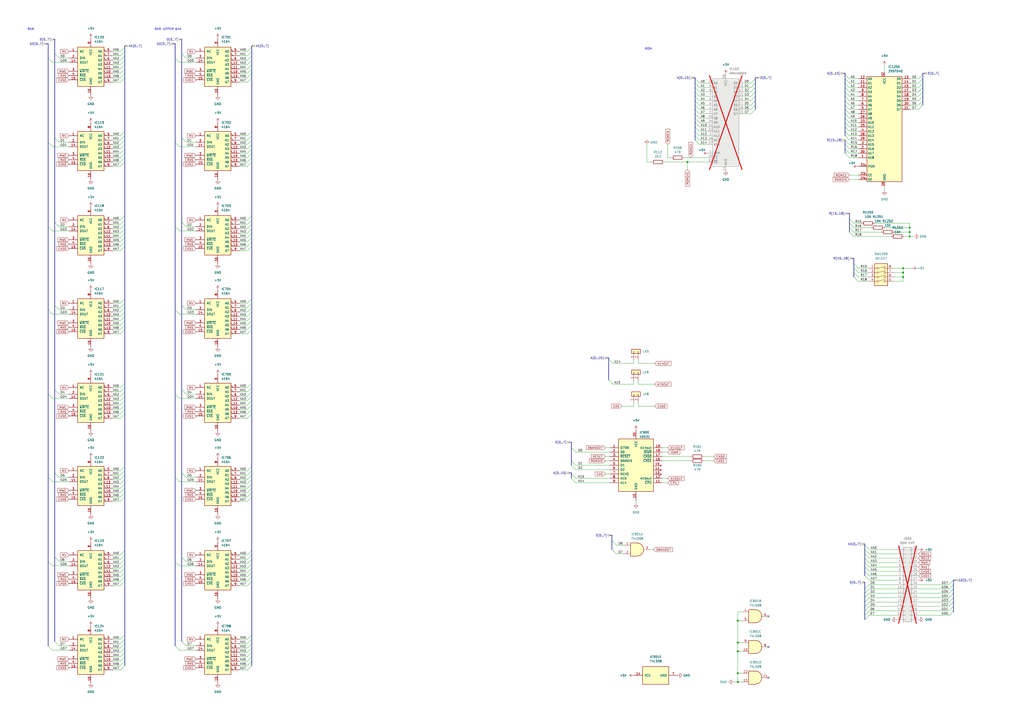
<source format=kicad_sch>
(kicad_sch (version 20230121) (generator eeschema)
  (paper "A2")
  (junction (at 523.875 160.655))
  (junction (at 427.99 390.525))
  (junction (at 427.99 372.745))
  (junction (at 527.685 134.62))
  (junction (at 523.875 155.575))
  (junction (at 523.875 158.115))
  (junction (at 398.78 93.98))
  (junction (at 427.99 360.045))
  (junction (at 427.99 395.605))
  (junction (at 527.685 137.16))
  (junction (at 427.99 377.825))
  (junction (at 527.685 132.08))
  (no_connect (at 445.77 375.285))
  (no_connect (at 445.77 357.505))
  (no_connect (at 445.77 393.065))
  (bus_entry (at 490.22 83.82) (size 2.54 2.54))
  (bus_entry (at 69.85 45.085) (size 2.54 -2.54))
  (bus_entry (at 27.94 33.655) (size 2.54 2.54))
  (bus_entry (at 31.75 31.115) (size 2.54 2.54))
  (bus_entry (at 403.225 73.66) (size 2.54 2.54))
  (bus_entry (at 69.85 130.175) (size 2.54 -2.54))
  (bus_entry (at 490.22 55.88) (size 2.54 2.54))
  (bus_entry (at 143.51 83.82) (size 2.54 -2.54))
  (bus_entry (at 490.22 68.58) (size 2.54 2.54))
  (bus_entry (at 69.85 332.105) (size 2.54 -2.54))
  (bus_entry (at 490.22 45.72) (size 2.54 2.54))
  (bus_entry (at 504.19 318.77) (size -2.54 -2.54))
  (bus_entry (at 143.51 386.08) (size 2.54 -2.54))
  (bus_entry (at 69.85 240.03) (size 2.54 -2.54))
  (bus_entry (at 504.19 323.85) (size -2.54 -2.54))
  (bus_entry (at 550.545 346.71) (size 2.54 -2.54))
  (bus_entry (at 69.85 88.9) (size 2.54 -2.54))
  (bus_entry (at 69.85 175.895) (size 2.54 -2.54))
  (bus_entry (at 69.85 280.67) (size 2.54 -2.54))
  (bus_entry (at 69.85 334.645) (size 2.54 -2.54))
  (bus_entry (at 495.3 153.035) (size 2.54 2.54))
  (bus_entry (at 143.51 378.46) (size 2.54 -2.54))
  (bus_entry (at 69.85 180.975) (size 2.54 -2.54))
  (bus_entry (at 69.85 242.57) (size 2.54 -2.54))
  (bus_entry (at 490.22 53.34) (size 2.54 2.54))
  (bus_entry (at 532.765 58.42) (size 2.54 -2.54))
  (bus_entry (at 143.51 283.21) (size 2.54 -2.54))
  (bus_entry (at 105.41 372.11) (size 2.54 2.54))
  (bus_entry (at 69.85 370.84) (size 2.54 -2.54))
  (bus_entry (at 143.51 145.415) (size 2.54 -2.54))
  (bus_entry (at 69.85 232.41) (size 2.54 -2.54))
  (bus_entry (at 69.85 78.74) (size 2.54 -2.54))
  (bus_entry (at 353.06 220.345) (size 2.54 2.54))
  (bus_entry (at 101.6 374.65) (size 2.54 2.54))
  (bus_entry (at 143.51 137.795) (size 2.54 -2.54))
  (bus_entry (at 334.01 262.255) (size -2.54 -2.54))
  (bus_entry (at 334.01 272.415) (size -2.54 -2.54))
  (bus_entry (at 69.85 186.055) (size 2.54 -2.54))
  (bus_entry (at 353.06 208.28) (size 2.54 2.54))
  (bus_entry (at 31.75 177.165) (size 2.54 2.54))
  (bus_entry (at 69.85 42.545) (size 2.54 -2.54))
  (bus_entry (at 490.22 50.8) (size 2.54 2.54))
  (bus_entry (at 69.85 193.675) (size 2.54 -2.54))
  (bus_entry (at 69.85 93.98) (size 2.54 -2.54))
  (bus_entry (at 143.51 78.74) (size 2.54 -2.54))
  (bus_entry (at 532.765 50.8) (size 2.54 -2.54))
  (bus_entry (at 143.51 232.41) (size 2.54 -2.54))
  (bus_entry (at 495.3 160.655) (size 2.54 2.54))
  (bus_entry (at 143.51 88.9) (size 2.54 -2.54))
  (bus_entry (at 105.41 80.01) (size 2.54 2.54))
  (bus_entry (at 495.3 158.115) (size 2.54 2.54))
  (bus_entry (at 69.85 188.595) (size 2.54 -2.54))
  (bus_entry (at 143.51 186.055) (size 2.54 -2.54))
  (bus_entry (at 143.51 132.715) (size 2.54 -2.54))
  (bus_entry (at 143.51 37.465) (size 2.54 -2.54))
  (bus_entry (at 143.51 285.75) (size 2.54 -2.54))
  (bus_entry (at 490.22 81.28) (size 2.54 2.54))
  (bus_entry (at 69.85 142.875) (size 2.54 -2.54))
  (bus_entry (at 403.225 58.42) (size 2.54 2.54))
  (bus_entry (at 403.225 71.12) (size 2.54 2.54))
  (bus_entry (at 143.51 383.54) (size 2.54 -2.54))
  (bus_entry (at 143.51 29.845) (size 2.54 -2.54))
  (bus_entry (at 143.51 135.255) (size 2.54 -2.54))
  (bus_entry (at 143.51 381) (size 2.54 -2.54))
  (bus_entry (at 331.47 274.955) (size 2.54 2.54))
  (bus_entry (at 550.545 349.25) (size 2.54 -2.54))
  (bus_entry (at 403.225 50.8) (size 2.54 2.54))
  (bus_entry (at 143.51 140.335) (size 2.54 -2.54))
  (bus_entry (at 403.225 55.88) (size 2.54 2.54))
  (bus_entry (at 403.225 78.74) (size 2.54 2.54))
  (bus_entry (at 403.225 81.28) (size 2.54 2.54))
  (bus_entry (at 403.225 76.2) (size 2.54 2.54))
  (bus_entry (at 69.85 327.025) (size 2.54 -2.54))
  (bus_entry (at 357.505 316.23) (size -2.54 -2.54))
  (bus_entry (at 492.76 127) (size 2.54 2.54))
  (bus_entry (at 403.225 63.5) (size 2.54 2.54))
  (bus_entry (at 105.41 177.165) (size 2.54 2.54))
  (bus_entry (at 69.85 135.255) (size 2.54 -2.54))
  (bus_entry (at 490.22 86.36) (size 2.54 2.54))
  (bus_entry (at 69.85 339.725) (size 2.54 -2.54))
  (bus_entry (at 143.51 240.03) (size 2.54 -2.54))
  (bus_entry (at 403.225 60.96) (size 2.54 2.54))
  (bus_entry (at 403.225 53.34) (size 2.54 2.54))
  (bus_entry (at 69.85 96.52) (size 2.54 -2.54))
  (bus_entry (at 143.51 273.05) (size 2.54 -2.54))
  (bus_entry (at 501.65 351.79) (size 2.54 -2.54))
  (bus_entry (at 69.85 32.385) (size 2.54 -2.54))
  (bus_entry (at 550.545 339.09) (size 2.54 -2.54))
  (bus_entry (at 501.65 349.25) (size 2.54 -2.54))
  (bus_entry (at 435.61 53.34) (size 2.54 -2.54))
  (bus_entry (at 69.85 224.79) (size 2.54 -2.54))
  (bus_entry (at 27.94 179.705) (size 2.54 2.54))
  (bus_entry (at 143.51 188.595) (size 2.54 -2.54))
  (bus_entry (at 69.85 86.36) (size 2.54 -2.54))
  (bus_entry (at 532.765 53.34) (size 2.54 -2.54))
  (bus_entry (at 550.545 356.87) (size 2.54 -2.54))
  (bus_entry (at 27.94 325.755) (size 2.54 2.54))
  (bus_entry (at 143.51 229.87) (size 2.54 -2.54))
  (bus_entry (at 143.51 93.98) (size 2.54 -2.54))
  (bus_entry (at 69.85 40.005) (size 2.54 -2.54))
  (bus_entry (at 27.94 82.55) (size 2.54 2.54))
  (bus_entry (at 69.85 91.44) (size 2.54 -2.54))
  (bus_entry (at 69.85 137.795) (size 2.54 -2.54))
  (bus_entry (at 490.22 48.26) (size 2.54 2.54))
  (bus_entry (at 143.51 327.025) (size 2.54 -2.54))
  (bus_entry (at 403.225 45.72) (size 2.54 2.54))
  (bus_entry (at 143.51 324.485) (size 2.54 -2.54))
  (bus_entry (at 143.51 224.79) (size 2.54 -2.54))
  (bus_entry (at 143.51 339.725) (size 2.54 -2.54))
  (bus_entry (at 143.51 329.565) (size 2.54 -2.54))
  (bus_entry (at 143.51 375.92) (size 2.54 -2.54))
  (bus_entry (at 69.85 278.13) (size 2.54 -2.54))
  (bus_entry (at 69.85 321.945) (size 2.54 -2.54))
  (bus_entry (at 31.75 274.32) (size 2.54 2.54))
  (bus_entry (at 490.22 58.42) (size 2.54 2.54))
  (bus_entry (at 143.51 91.44) (size 2.54 -2.54))
  (bus_entry (at 143.51 42.545) (size 2.54 -2.54))
  (bus_entry (at 105.41 128.905) (size 2.54 2.54))
  (bus_entry (at 69.85 375.92) (size 2.54 -2.54))
  (bus_entry (at 69.85 81.28) (size 2.54 -2.54))
  (bus_entry (at 69.85 283.21) (size 2.54 -2.54))
  (bus_entry (at 501.65 359.41) (size 2.54 -2.54))
  (bus_entry (at 143.51 337.185) (size 2.54 -2.54))
  (bus_entry (at 69.85 378.46) (size 2.54 -2.54))
  (bus_entry (at 69.85 381) (size 2.54 -2.54))
  (bus_entry (at 143.51 242.57) (size 2.54 -2.54))
  (bus_entry (at 143.51 388.62) (size 2.54 -2.54))
  (bus_entry (at 69.85 47.625) (size 2.54 -2.54))
  (bus_entry (at 143.51 288.29) (size 2.54 -2.54))
  (bus_entry (at 501.65 354.33) (size 2.54 -2.54))
  (bus_entry (at 101.6 131.445) (size 2.54 2.54))
  (bus_entry (at 550.545 354.33) (size 2.54 -2.54))
  (bus_entry (at 143.51 290.83) (size 2.54 -2.54))
  (bus_entry (at 31.75 323.215) (size 2.54 2.54))
  (bus_entry (at 490.22 78.74) (size 2.54 2.54))
  (bus_entry (at 143.51 227.33) (size 2.54 -2.54))
  (bus_entry (at 490.22 63.5) (size 2.54 2.54))
  (bus_entry (at 143.51 191.135) (size 2.54 -2.54))
  (bus_entry (at 550.545 344.17) (size 2.54 -2.54))
  (bus_entry (at 490.22 60.96) (size 2.54 2.54))
  (bus_entry (at 435.61 58.42) (size 2.54 -2.54))
  (bus_entry (at 143.51 45.085) (size 2.54 -2.54))
  (bus_entry (at 69.85 273.05) (size 2.54 -2.54))
  (bus_entry (at 403.225 48.26) (size 2.54 2.54))
  (bus_entry (at 490.22 43.18) (size 2.54 2.54))
  (bus_entry (at 69.85 140.335) (size 2.54 -2.54))
  (bus_entry (at 27.94 131.445) (size 2.54 2.54))
  (bus_entry (at 532.765 55.88) (size 2.54 -2.54))
  (bus_entry (at 435.61 55.88) (size 2.54 -2.54))
  (bus_entry (at 532.765 48.26) (size 2.54 -2.54))
  (bus_entry (at 143.51 47.625) (size 2.54 -2.54))
  (bus_entry (at 105.41 274.32) (size 2.54 2.54))
  (bus_entry (at 101.6 82.55) (size 2.54 2.54))
  (bus_entry (at 69.85 383.54) (size 2.54 -2.54))
  (bus_entry (at 435.61 60.96) (size 2.54 -2.54))
  (bus_entry (at 143.51 142.875) (size 2.54 -2.54))
  (bus_entry (at 435.61 50.8) (size 2.54 -2.54))
  (bus_entry (at 143.51 180.975) (size 2.54 -2.54))
  (bus_entry (at 69.85 324.485) (size 2.54 -2.54))
  (bus_entry (at 31.75 128.905) (size 2.54 2.54))
  (bus_entry (at 69.85 178.435) (size 2.54 -2.54))
  (bus_entry (at 143.51 178.435) (size 2.54 -2.54))
  (bus_entry (at 550.545 351.79) (size 2.54 -2.54))
  (bus_entry (at 69.85 386.08) (size 2.54 -2.54))
  (bus_entry (at 101.6 179.705) (size 2.54 2.54))
  (bus_entry (at 501.65 356.87) (size 2.54 -2.54))
  (bus_entry (at 101.6 33.655) (size 2.54 2.54))
  (bus_entry (at 143.51 321.945) (size 2.54 -2.54))
  (bus_entry (at 69.85 227.33) (size 2.54 -2.54))
  (bus_entry (at 143.51 193.675) (size 2.54 -2.54))
  (bus_entry (at 532.765 60.96) (size 2.54 -2.54))
  (bus_entry (at 143.51 130.175) (size 2.54 -2.54))
  (bus_entry (at 69.85 285.75) (size 2.54 -2.54))
  (bus_entry (at 69.85 234.95) (size 2.54 -2.54))
  (bus_entry (at 143.51 234.95) (size 2.54 -2.54))
  (bus_entry (at 143.51 34.925) (size 2.54 -2.54))
  (bus_entry (at 490.22 73.66) (size 2.54 2.54))
  (bus_entry (at 492.76 129.54) (size 2.54 2.54))
  (bus_entry (at 69.85 29.845) (size 2.54 -2.54))
  (bus_entry (at 69.85 83.82) (size 2.54 -2.54))
  (bus_entry (at 143.51 332.105) (size 2.54 -2.54))
  (bus_entry (at 27.94 228.6) (size 2.54 2.54))
  (bus_entry (at 143.51 334.645) (size 2.54 -2.54))
  (bus_entry (at 501.65 344.17) (size 2.54 -2.54))
  (bus_entry (at 501.65 341.63) (size 2.54 -2.54))
  (bus_entry (at 31.75 226.06) (size 2.54 2.54))
  (bus_entry (at 532.765 63.5) (size 2.54 -2.54))
  (bus_entry (at 435.61 48.26) (size 2.54 -2.54))
  (bus_entry (at 69.85 329.565) (size 2.54 -2.54))
  (bus_entry (at 532.765 45.72) (size 2.54 -2.54))
  (bus_entry (at 492.76 132.08) (size 2.54 2.54))
  (bus_entry (at 105.41 323.215) (size 2.54 2.54))
  (bus_entry (at 101.6 325.755) (size 2.54 2.54))
  (bus_entry (at 69.85 191.135) (size 2.54 -2.54))
  (bus_entry (at 27.94 374.65) (size 2.54 2.54))
  (bus_entry (at 504.19 331.47) (size -2.54 -2.54))
  (bus_entry (at 69.85 229.87) (size 2.54 -2.54))
  (bus_entry (at 403.225 68.58) (size 2.54 2.54))
  (bus_entry (at 331.47 277.495) (size 2.54 2.54))
  (bus_entry (at 501.65 346.71) (size 2.54 -2.54))
  (bus_entry (at 495.3 155.575) (size 2.54 2.54))
  (bus_entry (at 143.51 183.515) (size 2.54 -2.54))
  (bus_entry (at 69.85 37.465) (size 2.54 -2.54))
  (bus_entry (at 69.85 132.715) (size 2.54 -2.54))
  (bus_entry (at 357.505 321.31) (size -2.54 -2.54))
  (bus_entry (at 435.61 63.5) (size 2.54 -2.54))
  (bus_entry (at 69.85 290.83) (size 2.54 -2.54))
  (bus_entry (at 143.51 373.38) (size 2.54 -2.54))
  (bus_entry (at 490.22 71.12) (size 2.54 2.54))
  (bus_entry (at 69.85 388.62) (size 2.54 -2.54))
  (bus_entry (at 69.85 34.925) (size 2.54 -2.54))
  (bus_entry (at 69.85 127.635) (size 2.54 -2.54))
  (bus_entry (at 143.51 370.84) (size 2.54 -2.54))
  (bus_entry (at 69.85 183.515) (size 2.54 -2.54))
  (bus_entry (at 504.19 334.01) (size -2.54 -2.54))
  (bus_entry (at 504.19 328.93) (size -2.54 -2.54))
  (bus_entry (at 403.225 66.04) (size 2.54 2.54))
  (bus_entry (at 143.51 280.67) (size 2.54 -2.54))
  (bus_entry (at 504.19 321.31) (size -2.54 -2.54))
  (bus_entry (at 143.51 278.13) (size 2.54 -2.54))
  (bus_entry (at 143.51 86.36) (size 2.54 -2.54))
  (bus_entry (at 31.75 80.01) (size 2.54 2.54))
  (bus_entry (at 143.51 40.005) (size 2.54 -2.54))
  (bus_entry (at 143.51 81.28) (size 2.54 -2.54))
  (bus_entry (at 69.85 288.29) (size 2.54 -2.54))
  (bus_entry (at 143.51 127.635) (size 2.54 -2.54))
  (bus_entry (at 492.76 134.62) (size 2.54 2.54))
  (bus_entry (at 504.19 326.39) (size -2.54 -2.54))
  (bus_entry (at 490.22 88.9) (size 2.54 2.54))
  (bus_entry (at 143.51 237.49) (size 2.54 -2.54))
  (bus_entry (at 105.41 226.06) (size 2.54 2.54))
  (bus_entry (at 69.85 337.185) (size 2.54 -2.54))
  (bus_entry (at 490.22 66.04) (size 2.54 2.54))
  (bus_entry (at 143.51 32.385) (size 2.54 -2.54))
  (bus_entry (at 105.41 31.115) (size 2.54 2.54))
  (bus_entry (at 435.61 66.04) (size 2.54 -2.54))
  (bus_entry (at 143.51 175.895) (size 2.54 -2.54))
  (bus_entry (at 69.85 145.415) (size 2.54 -2.54))
  (bus_entry (at 143.51 96.52) (size 2.54 -2.54))
  (bus_entry (at 69.85 237.49) (size 2.54 -2.54))
  (bus_entry (at 101.6 228.6) (size 2.54 2.54))
  (bus_entry (at 490.22 76.2) (size 2.54 2.54))
  (bus_entry (at 504.19 336.55) (size -2.54 -2.54))
  (bus_entry (at 550.545 341.63) (size 2.54 -2.54))
  (bus_entry (at 331.47 267.335) (size 2.54 2.54))
  (bus_entry (at 27.94 276.86) (size 2.54 2.54))
  (bus_entry (at 31.75 372.11) (size 2.54 2.54))
  (bus_entry (at 69.85 275.59) (size 2.54 -2.54))
  (bus_entry (at 143.51 275.59) (size 2.54 -2.54))
  (bus_entry (at 101.6 276.86) (size 2.54 2.54))
  (bus_entry (at 69.85 373.38) (size 2.54 -2.54))
  (bus (pts (xy 146.05 321.945) (xy 146.05 324.485)))
  (bus (pts (xy 146.05 81.28) (xy 146.05 83.82)))
  (wire (pts (xy 139.065 32.385) (xy 143.51 32.385)))
  (bus (pts (xy 501.65 328.93) (xy 501.65 331.47)))
  (wire (pts (xy 523.875 160.655) (xy 523.875 158.115)))
  (bus (pts (xy 72.39 135.255) (xy 72.39 137.795)))
  (wire (pts (xy 139.065 386.08) (xy 143.51 386.08)))
  (bus (pts (xy 146.05 368.3) (xy 146.05 370.84)))
  (bus (pts (xy 146.05 142.875) (xy 146.05 173.355)))
  (wire (pts (xy 65.405 45.085) (xy 69.85 45.085)))
  (wire (pts (xy 387.35 83.82) (xy 387.35 91.44)))
  (wire (pts (xy 139.065 290.83) (xy 143.51 290.83)))
  (wire (pts (xy 532.765 351.79) (xy 550.545 351.79)))
  (wire (pts (xy 360.68 235.585) (xy 367.665 235.585)))
  (bus (pts (xy 31.75 22.86) (xy 31.75 31.115)))
  (bus (pts (xy 72.39 191.135) (xy 72.39 222.25)))
  (bus (pts (xy 146.05 37.465) (xy 146.05 40.005)))
  (bus (pts (xy 72.39 45.085) (xy 72.39 76.2)))
  (bus (pts (xy 331.47 274.955) (xy 331.47 277.495)))
  (bus (pts (xy 146.05 334.645) (xy 146.05 337.185)))
  (wire (pts (xy 405.765 73.66) (xy 410.845 73.66)))
  (wire (pts (xy 504.19 334.01) (xy 520.065 334.01)))
  (wire (pts (xy 492.76 53.34) (xy 497.84 53.34)))
  (wire (pts (xy 398.78 93.98) (xy 398.78 98.425)))
  (wire (pts (xy 530.225 137.16) (xy 527.685 137.16)))
  (wire (pts (xy 107.95 325.755) (xy 113.665 325.755)))
  (wire (pts (xy 384.175 277.495) (xy 387.35 277.495)))
  (bus (pts (xy 146.05 91.44) (xy 146.05 93.98)))
  (wire (pts (xy 139.065 40.005) (xy 143.51 40.005)))
  (bus (pts (xy 101.6 25.4) (xy 101.6 33.655)))
  (bus (pts (xy 501.65 349.25) (xy 501.65 351.79)))
  (wire (pts (xy 139.065 283.21) (xy 143.51 283.21)))
  (wire (pts (xy 30.48 36.195) (xy 40.005 36.195)))
  (wire (pts (xy 504.19 331.47) (xy 520.065 331.47)))
  (bus (pts (xy 553.085 341.63) (xy 553.085 344.17)))
  (bus (pts (xy 72.39 29.845) (xy 72.39 32.385)))
  (wire (pts (xy 34.29 276.86) (xy 40.005 276.86)))
  (bus (pts (xy 146.05 234.95) (xy 146.05 237.49)))
  (wire (pts (xy 492.76 66.04) (xy 497.84 66.04)))
  (wire (pts (xy 523.875 163.195) (xy 523.875 160.655)))
  (bus (pts (xy 490.22 55.88) (xy 490.22 58.42)))
  (bus (pts (xy 490.22 45.72) (xy 490.22 48.26)))
  (bus (pts (xy 27.94 325.755) (xy 27.94 374.65)))
  (bus (pts (xy 72.39 273.05) (xy 72.39 275.59)))
  (bus (pts (xy 146.05 127.635) (xy 146.05 130.175)))
  (wire (pts (xy 139.065 183.515) (xy 143.51 183.515)))
  (bus (pts (xy 331.47 259.715) (xy 331.47 267.335)))
  (bus (pts (xy 146.05 29.845) (xy 146.05 32.385)))
  (wire (pts (xy 518.795 158.115) (xy 523.875 158.115)))
  (wire (pts (xy 334.01 269.875) (xy 353.695 269.875)))
  (bus (pts (xy 146.05 178.435) (xy 146.05 180.975)))
  (wire (pts (xy 65.405 329.565) (xy 69.85 329.565)))
  (bus (pts (xy 146.05 34.925) (xy 146.05 37.465)))
  (wire (pts (xy 65.405 145.415) (xy 69.85 145.415)))
  (bus (pts (xy 353.695 310.515) (xy 354.965 310.515)))
  (wire (pts (xy 139.065 135.255) (xy 143.51 135.255)))
  (wire (pts (xy 497.84 163.195) (xy 503.555 163.195)))
  (wire (pts (xy 518.795 134.62) (xy 527.685 134.62)))
  (bus (pts (xy 72.39 240.03) (xy 72.39 270.51)))
  (wire (pts (xy 139.065 142.875) (xy 143.51 142.875)))
  (bus (pts (xy 501.65 351.79) (xy 501.65 354.33)))
  (bus (pts (xy 146.05 40.005) (xy 146.05 42.545)))
  (bus (pts (xy 495.3 149.86) (xy 495.3 153.035)))
  (wire (pts (xy 139.065 381) (xy 143.51 381)))
  (bus (pts (xy 146.05 88.9) (xy 146.05 91.44)))
  (bus (pts (xy 27.94 25.4) (xy 27.94 33.655)))
  (wire (pts (xy 528.32 48.26) (xy 532.765 48.26)))
  (bus (pts (xy 146.05 188.595) (xy 146.05 191.135)))
  (wire (pts (xy 492.76 73.66) (xy 497.84 73.66)))
  (wire (pts (xy 518.795 160.655) (xy 523.875 160.655)))
  (wire (pts (xy 518.795 163.195) (xy 523.875 163.195)))
  (bus (pts (xy 72.39 370.84) (xy 72.39 373.38)))
  (bus (pts (xy 72.39 78.74) (xy 72.39 81.28)))
  (wire (pts (xy 370.205 222.885) (xy 370.205 220.98)))
  (wire (pts (xy 65.405 191.135) (xy 69.85 191.135)))
  (wire (pts (xy 139.065 285.75) (xy 143.51 285.75)))
  (wire (pts (xy 65.405 132.715) (xy 69.85 132.715)))
  (bus (pts (xy 104.775 22.86) (xy 105.41 22.86)))
  (bus (pts (xy 72.39 319.405) (xy 72.39 321.945)))
  (wire (pts (xy 65.405 130.175) (xy 69.85 130.175)))
  (wire (pts (xy 65.405 332.105) (xy 69.85 332.105)))
  (bus (pts (xy 403.225 55.88) (xy 403.225 58.42)))
  (wire (pts (xy 492.76 76.2) (xy 497.84 76.2)))
  (wire (pts (xy 65.405 275.59) (xy 69.85 275.59)))
  (wire (pts (xy 65.405 232.41) (xy 69.85 232.41)))
  (wire (pts (xy 405.765 55.88) (xy 410.845 55.88)))
  (wire (pts (xy 532.765 349.25) (xy 550.545 349.25)))
  (bus (pts (xy 146.05 137.795) (xy 146.05 140.335)))
  (bus (pts (xy 501.65 316.23) (xy 501.65 318.77)))
  (bus (pts (xy 105.41 226.06) (xy 105.41 274.32)))
  (bus (pts (xy 101.6 325.755) (xy 101.6 374.65)))
  (bus (pts (xy 31.75 31.115) (xy 31.75 80.01)))
  (bus (pts (xy 72.39 173.355) (xy 72.39 175.895)))
  (bus (pts (xy 553.085 351.79) (xy 553.085 354.33)))
  (wire (pts (xy 139.065 83.82) (xy 143.51 83.82)))
  (bus (pts (xy 331.47 274.32) (xy 331.47 274.955)))
  (bus (pts (xy 438.15 60.96) (xy 438.15 63.5)))
  (wire (pts (xy 425.45 395.605) (xy 427.99 395.605)))
  (bus (pts (xy 535.305 43.18) (xy 535.305 45.72)))
  (bus (pts (xy 27.94 82.55) (xy 27.94 131.445)))
  (wire (pts (xy 65.405 234.95) (xy 69.85 234.95)))
  (wire (pts (xy 65.405 224.79) (xy 69.85 224.79)))
  (wire (pts (xy 351.155 274.955) (xy 353.695 274.955)))
  (bus (pts (xy 146.05 76.2) (xy 146.05 78.74)))
  (wire (pts (xy 427.99 377.825) (xy 427.99 372.745)))
  (bus (pts (xy 536.575 42.545) (xy 535.305 42.545)))
  (wire (pts (xy 351.155 267.335) (xy 353.695 267.335)))
  (wire (pts (xy 139.065 188.595) (xy 143.51 188.595)))
  (bus (pts (xy 438.15 50.8) (xy 438.15 53.34)))
  (wire (pts (xy 513.08 38.1) (xy 513.08 41.91)))
  (bus (pts (xy 501.65 346.71) (xy 501.65 349.25)))
  (bus (pts (xy 146.05 186.055) (xy 146.05 188.595)))
  (wire (pts (xy 427.99 360.045) (xy 427.99 354.965)))
  (bus (pts (xy 72.39 125.095) (xy 72.39 127.635)))
  (wire (pts (xy 507.365 129.54) (xy 527.685 129.54)))
  (wire (pts (xy 107.95 82.55) (xy 113.665 82.55)))
  (bus (pts (xy 146.05 32.385) (xy 146.05 34.925)))
  (wire (pts (xy 139.065 275.59) (xy 143.51 275.59)))
  (wire (pts (xy 65.405 381) (xy 69.85 381)))
  (wire (pts (xy 139.065 334.645) (xy 143.51 334.645)))
  (bus (pts (xy 535.305 48.26) (xy 535.305 50.8)))
  (bus (pts (xy 501.65 315.595) (xy 501.65 316.23)))
  (wire (pts (xy 504.19 351.79) (xy 520.065 351.79)))
  (wire (pts (xy 387.35 262.255) (xy 384.175 262.255)))
  (bus (pts (xy 403.225 71.12) (xy 403.225 73.66)))
  (bus (pts (xy 72.39 76.2) (xy 72.39 78.74)))
  (bus (pts (xy 146.05 125.095) (xy 146.05 127.635)))
  (wire (pts (xy 107.95 33.655) (xy 113.665 33.655)))
  (bus (pts (xy 72.39 337.185) (xy 72.39 368.3)))
  (wire (pts (xy 30.48 231.14) (xy 40.005 231.14)))
  (bus (pts (xy 438.15 58.42) (xy 438.15 60.96)))
  (wire (pts (xy 139.065 137.795) (xy 143.51 137.795)))
  (wire (pts (xy 139.065 224.79) (xy 143.51 224.79)))
  (bus (pts (xy 72.39 368.3) (xy 72.39 370.84)))
  (wire (pts (xy 104.14 328.295) (xy 113.665 328.295)))
  (bus (pts (xy 403.225 50.8) (xy 403.225 53.34)))
  (bus (pts (xy 490.22 48.26) (xy 490.22 50.8)))
  (wire (pts (xy 504.19 356.87) (xy 520.065 356.87)))
  (wire (pts (xy 139.065 180.975) (xy 143.51 180.975)))
  (bus (pts (xy 490.22 63.5) (xy 490.22 66.04)))
  (wire (pts (xy 139.065 375.92) (xy 143.51 375.92)))
  (bus (pts (xy 492.76 127) (xy 492.76 129.54)))
  (wire (pts (xy 405.765 66.04) (xy 410.845 66.04)))
  (bus (pts (xy 553.085 354.33) (xy 553.085 354.965)))
  (bus (pts (xy 501.65 321.31) (xy 501.65 323.85)))
  (wire (pts (xy 405.765 81.28) (xy 410.845 81.28)))
  (wire (pts (xy 139.065 240.03) (xy 143.51 240.03)))
  (wire (pts (xy 65.405 93.98) (xy 69.85 93.98)))
  (wire (pts (xy 368.935 292.1) (xy 368.935 290.195)))
  (wire (pts (xy 139.065 91.44) (xy 143.51 91.44)))
  (bus (pts (xy 146.05 175.895) (xy 146.05 178.435)))
  (wire (pts (xy 139.065 329.565) (xy 143.51 329.565)))
  (wire (pts (xy 107.95 276.86) (xy 113.665 276.86)))
  (bus (pts (xy 403.225 76.2) (xy 403.225 78.74)))
  (wire (pts (xy 492.76 86.36) (xy 497.84 86.36)))
  (bus (pts (xy 490.22 76.2) (xy 490.22 78.74)))
  (bus (pts (xy 72.39 334.645) (xy 72.39 337.185)))
  (wire (pts (xy 497.84 158.115) (xy 503.555 158.115)))
  (bus (pts (xy 330.2 256.54) (xy 331.47 256.54)))
  (bus (pts (xy 501.65 344.17) (xy 501.65 346.71)))
  (bus (pts (xy 72.39 234.95) (xy 72.39 237.49)))
  (wire (pts (xy 65.405 334.645) (xy 69.85 334.645)))
  (wire (pts (xy 492.76 91.44) (xy 497.84 91.44)))
  (wire (pts (xy 532.765 339.09) (xy 550.545 339.09)))
  (bus (pts (xy 146.05 224.79) (xy 146.05 227.33)))
  (wire (pts (xy 65.405 88.9) (xy 69.85 88.9)))
  (bus (pts (xy 72.39 34.925) (xy 72.39 37.465)))
  (bus (pts (xy 72.39 381) (xy 72.39 383.54)))
  (bus (pts (xy 101.6 276.86) (xy 101.6 325.755)))
  (bus (pts (xy 535.305 42.545) (xy 535.305 43.18)))
  (bus (pts (xy 72.39 229.87) (xy 72.39 232.41)))
  (bus (pts (xy 501.015 337.82) (xy 501.65 337.82)))
  (wire (pts (xy 104.14 377.19) (xy 113.665 377.19)))
  (bus (pts (xy 146.05 78.74) (xy 146.05 81.28)))
  (bus (pts (xy 26.67 25.4) (xy 27.94 25.4)))
  (wire (pts (xy 355.6 210.82) (xy 367.665 210.82)))
  (bus (pts (xy 438.15 53.34) (xy 438.15 55.88)))
  (wire (pts (xy 334.01 277.495) (xy 353.695 277.495)))
  (bus (pts (xy 27.94 131.445) (xy 27.94 179.705)))
  (bus (pts (xy 146.05 329.565) (xy 146.05 332.105)))
  (bus (pts (xy 146.05 86.36) (xy 146.05 88.9)))
  (wire (pts (xy 504.19 354.33) (xy 520.065 354.33)))
  (bus (pts (xy 72.39 130.175) (xy 72.39 132.715)))
  (wire (pts (xy 107.95 179.705) (xy 113.665 179.705)))
  (bus (pts (xy 72.39 40.005) (xy 72.39 42.545)))
  (wire (pts (xy 405.765 58.42) (xy 410.845 58.42)))
  (bus (pts (xy 72.39 288.29) (xy 72.39 319.405)))
  (bus (pts (xy 105.41 22.86) (xy 105.41 31.115)))
  (wire (pts (xy 65.405 32.385) (xy 69.85 32.385)))
  (wire (pts (xy 65.405 324.485) (xy 69.85 324.485)))
  (bus (pts (xy 72.39 227.33) (xy 72.39 229.87)))
  (bus (pts (xy 72.39 373.38) (xy 72.39 375.92)))
  (bus (pts (xy 72.39 186.055) (xy 72.39 188.595)))
  (wire (pts (xy 65.405 337.185) (xy 69.85 337.185)))
  (wire (pts (xy 65.405 188.595) (xy 69.85 188.595)))
  (wire (pts (xy 504.19 328.93) (xy 520.065 328.93)))
  (wire (pts (xy 361.95 316.23) (xy 357.505 316.23)))
  (wire (pts (xy 492.76 60.96) (xy 497.84 60.96)))
  (wire (pts (xy 492.76 45.72) (xy 497.84 45.72)))
  (wire (pts (xy 65.405 339.725) (xy 69.85 339.725)))
  (wire (pts (xy 65.405 242.57) (xy 69.85 242.57)))
  (bus (pts (xy 146.05 332.105) (xy 146.05 334.645)))
  (wire (pts (xy 65.405 96.52) (xy 69.85 96.52)))
  (wire (pts (xy 139.065 378.46) (xy 143.51 378.46)))
  (wire (pts (xy 504.19 326.39) (xy 520.065 326.39)))
  (wire (pts (xy 504.19 346.71) (xy 520.065 346.71)))
  (wire (pts (xy 528.32 50.8) (xy 532.765 50.8)))
  (wire (pts (xy 30.48 85.09) (xy 40.005 85.09)))
  (bus (pts (xy 27.94 276.86) (xy 27.94 325.755)))
  (bus (pts (xy 403.225 60.96) (xy 403.225 63.5)))
  (bus (pts (xy 438.15 45.72) (xy 438.15 48.26)))
  (bus (pts (xy 501.65 356.87) (xy 501.65 359.41)))
  (wire (pts (xy 370.205 210.82) (xy 379.73 210.82)))
  (bus (pts (xy 72.39 329.565) (xy 72.39 332.105)))
  (bus (pts (xy 72.39 332.105) (xy 72.39 334.645)))
  (wire (pts (xy 370.205 210.82) (xy 370.205 208.915)))
  (wire (pts (xy 492.76 50.8) (xy 497.84 50.8)))
  (wire (pts (xy 504.19 341.63) (xy 520.065 341.63)))
  (bus (pts (xy 72.39 222.25) (xy 72.39 224.79)))
  (wire (pts (xy 492.76 48.26) (xy 497.84 48.26)))
  (bus (pts (xy 72.39 327.025) (xy 72.39 329.565)))
  (wire (pts (xy 65.405 40.005) (xy 69.85 40.005)))
  (wire (pts (xy 139.065 81.28) (xy 143.51 81.28)))
  (bus (pts (xy 101.6 82.55) (xy 101.6 131.445)))
  (bus (pts (xy 403.225 73.66) (xy 403.225 76.2)))
  (bus (pts (xy 146.685 26.67) (xy 146.05 26.67)))
  (wire (pts (xy 104.14 279.4) (xy 113.665 279.4)))
  (wire (pts (xy 389.255 91.44) (xy 387.35 91.44)))
  (wire (pts (xy 30.48 279.4) (xy 40.005 279.4)))
  (bus (pts (xy 495.3 158.115) (xy 495.3 160.655)))
  (bus (pts (xy 146.05 319.405) (xy 146.05 321.945)))
  (bus (pts (xy 72.39 93.98) (xy 72.39 125.095)))
  (wire (pts (xy 34.29 33.655) (xy 40.005 33.655)))
  (wire (pts (xy 139.065 280.67) (xy 143.51 280.67)))
  (bus (pts (xy 72.39 283.21) (xy 72.39 285.75)))
  (wire (pts (xy 65.405 280.67) (xy 69.85 280.67)))
  (wire (pts (xy 65.405 42.545) (xy 69.85 42.545)))
  (bus (pts (xy 72.39 26.67) (xy 72.39 27.305)))
  (wire (pts (xy 139.065 130.175) (xy 143.51 130.175)))
  (bus (pts (xy 146.05 280.67) (xy 146.05 283.21)))
  (wire (pts (xy 139.065 337.185) (xy 143.51 337.185)))
  (wire (pts (xy 65.405 278.13) (xy 69.85 278.13)))
  (wire (pts (xy 139.065 96.52) (xy 143.51 96.52)))
  (bus (pts (xy 105.41 80.01) (xy 105.41 128.905)))
  (wire (pts (xy 139.065 229.87) (xy 143.51 229.87)))
  (wire (pts (xy 398.78 93.98) (xy 410.845 93.98)))
  (wire (pts (xy 107.95 131.445) (xy 113.665 131.445)))
  (bus (pts (xy 490.22 50.8) (xy 490.22 53.34)))
  (wire (pts (xy 139.065 327.025) (xy 143.51 327.025)))
  (wire (pts (xy 355.6 222.885) (xy 367.665 222.885)))
  (bus (pts (xy 492.76 129.54) (xy 492.76 132.08)))
  (wire (pts (xy 65.405 375.92) (xy 69.85 375.92)))
  (bus (pts (xy 501.65 323.85) (xy 501.65 326.39)))
  (wire (pts (xy 104.14 231.14) (xy 113.665 231.14)))
  (bus (pts (xy 72.39 237.49) (xy 72.39 240.03)))
  (wire (pts (xy 139.065 191.135) (xy 143.51 191.135)))
  (wire (pts (xy 405.765 83.82) (xy 410.845 83.82)))
  (wire (pts (xy 65.405 34.925) (xy 69.85 34.925)))
  (bus (pts (xy 553.085 344.17) (xy 553.085 346.71)))
  (bus (pts (xy 100.33 25.4) (xy 101.6 25.4)))
  (wire (pts (xy 139.065 332.105) (xy 143.51 332.105)))
  (wire (pts (xy 65.405 229.87) (xy 69.85 229.87)))
  (wire (pts (xy 139.065 145.415) (xy 143.51 145.415)))
  (wire (pts (xy 405.765 68.58) (xy 410.845 68.58)))
  (wire (pts (xy 65.405 47.625) (xy 69.85 47.625)))
  (wire (pts (xy 139.065 242.57) (xy 143.51 242.57)))
  (bus (pts (xy 72.39 183.515) (xy 72.39 186.055)))
  (wire (pts (xy 431.165 63.5) (xy 435.61 63.5)))
  (wire (pts (xy 497.84 160.655) (xy 503.555 160.655)))
  (bus (pts (xy 146.05 273.05) (xy 146.05 275.59)))
  (bus (pts (xy 490.22 43.18) (xy 490.22 45.72)))
  (bus (pts (xy 146.05 240.03) (xy 146.05 270.51)))
  (wire (pts (xy 427.99 354.965) (xy 430.53 354.965)))
  (wire (pts (xy 414.02 264.795) (xy 408.305 264.795)))
  (wire (pts (xy 65.405 178.435) (xy 69.85 178.435)))
  (bus (pts (xy 351.79 207.645) (xy 353.06 207.645)))
  (bus (pts (xy 105.41 128.905) (xy 105.41 177.165)))
  (wire (pts (xy 139.065 321.945) (xy 143.51 321.945)))
  (bus (pts (xy 554.355 336.55) (xy 553.085 336.55)))
  (bus (pts (xy 105.41 274.32) (xy 105.41 323.215)))
  (wire (pts (xy 65.405 237.49) (xy 69.85 237.49)))
  (wire (pts (xy 139.065 273.05) (xy 143.51 273.05)))
  (wire (pts (xy 107.95 374.65) (xy 113.665 374.65)))
  (bus (pts (xy 490.22 42.545) (xy 490.22 43.18)))
  (wire (pts (xy 513.08 110.49) (xy 513.08 107.95)))
  (bus (pts (xy 146.05 381) (xy 146.05 383.54)))
  (wire (pts (xy 387.35 259.715) (xy 384.175 259.715)))
  (bus (pts (xy 72.39 127.635) (xy 72.39 130.175)))
  (bus (pts (xy 490.22 60.96) (xy 490.22 63.5)))
  (wire (pts (xy 65.405 86.36) (xy 69.85 86.36)))
  (wire (pts (xy 139.065 47.625) (xy 143.51 47.625)))
  (bus (pts (xy 146.05 130.175) (xy 146.05 132.715)))
  (wire (pts (xy 504.19 339.09) (xy 520.065 339.09)))
  (bus (pts (xy 331.47 256.54) (xy 331.47 259.715)))
  (bus (pts (xy 101.6 228.6) (xy 101.6 276.86)))
  (bus (pts (xy 72.39 178.435) (xy 72.39 180.975)))
  (wire (pts (xy 492.76 104.14) (xy 497.84 104.14)))
  (wire (pts (xy 492.76 81.28) (xy 497.84 81.28)))
  (wire (pts (xy 431.165 48.26) (xy 435.61 48.26)))
  (bus (pts (xy 491.49 123.825) (xy 492.76 123.825)))
  (bus (pts (xy 403.225 78.74) (xy 403.225 81.28)))
  (wire (pts (xy 427.99 377.825) (xy 430.53 377.825)))
  (wire (pts (xy 139.065 370.84) (xy 143.51 370.84)))
  (bus (pts (xy 146.05 285.75) (xy 146.05 288.29)))
  (wire (pts (xy 427.99 390.525) (xy 427.99 377.825)))
  (bus (pts (xy 403.225 45.085) (xy 403.225 45.72)))
  (wire (pts (xy 504.19 349.25) (xy 520.065 349.25)))
  (bus (pts (xy 495.3 153.035) (xy 495.3 155.575)))
  (wire (pts (xy 139.065 132.715) (xy 143.51 132.715)))
  (wire (pts (xy 65.405 373.38) (xy 69.85 373.38)))
  (bus (pts (xy 72.39 232.41) (xy 72.39 234.95)))
  (wire (pts (xy 34.29 374.65) (xy 40.005 374.65)))
  (wire (pts (xy 405.765 63.5) (xy 410.845 63.5)))
  (wire (pts (xy 139.065 373.38) (xy 143.51 373.38)))
  (bus (pts (xy 72.39 137.795) (xy 72.39 140.335)))
  (wire (pts (xy 139.065 186.055) (xy 143.51 186.055)))
  (wire (pts (xy 431.165 66.04) (xy 435.61 66.04)))
  (wire (pts (xy 431.165 55.88) (xy 435.61 55.88)))
  (bus (pts (xy 72.39 275.59) (xy 72.39 278.13)))
  (wire (pts (xy 65.405 135.255) (xy 69.85 135.255)))
  (wire (pts (xy 139.065 278.13) (xy 143.51 278.13)))
  (bus (pts (xy 490.22 86.36) (xy 490.22 88.9)))
  (bus (pts (xy 31.115 22.86) (xy 31.75 22.86)))
  (bus (pts (xy 72.39 375.92) (xy 72.39 378.46)))
  (bus (pts (xy 146.05 26.67) (xy 146.05 27.305)))
  (wire (pts (xy 65.405 137.795) (xy 69.85 137.795)))
  (wire (pts (xy 334.01 280.035) (xy 353.695 280.035)))
  (wire (pts (xy 34.29 179.705) (xy 40.005 179.705)))
  (wire (pts (xy 405.765 71.12) (xy 410.845 71.12)))
  (wire (pts (xy 65.405 288.29) (xy 69.85 288.29)))
  (wire (pts (xy 139.065 227.33) (xy 143.51 227.33)))
  (bus (pts (xy 535.305 53.34) (xy 535.305 55.88)))
  (wire (pts (xy 532.765 356.87) (xy 550.545 356.87)))
  (bus (pts (xy 490.22 71.12) (xy 490.22 73.66)))
  (wire (pts (xy 504.19 318.77) (xy 520.065 318.77)))
  (bus (pts (xy 105.41 31.115) (xy 105.41 80.01)))
  (bus (pts (xy 146.05 191.135) (xy 146.05 222.25)))
  (wire (pts (xy 379.73 222.885) (xy 370.205 222.885)))
  (bus (pts (xy 72.39 180.975) (xy 72.39 183.515)))
  (wire (pts (xy 528.32 55.88) (xy 532.765 55.88)))
  (bus (pts (xy 535.305 58.42) (xy 535.305 60.96)))
  (wire (pts (xy 65.405 175.895) (xy 69.85 175.895)))
  (bus (pts (xy 553.085 349.25) (xy 553.085 351.79)))
  (wire (pts (xy 65.405 193.675) (xy 69.85 193.675)))
  (wire (pts (xy 427.99 360.045) (xy 430.53 360.045)))
  (bus (pts (xy 72.39 224.79) (xy 72.39 227.33)))
  (wire (pts (xy 139.065 383.54) (xy 143.51 383.54)))
  (wire (pts (xy 65.405 78.74) (xy 69.85 78.74)))
  (wire (pts (xy 139.065 93.98) (xy 143.51 93.98)))
  (bus (pts (xy 146.05 270.51) (xy 146.05 273.05)))
  (wire (pts (xy 379.73 235.585) (xy 370.205 235.585)))
  (wire (pts (xy 65.405 227.33) (xy 69.85 227.33)))
  (bus (pts (xy 353.06 207.645) (xy 353.06 208.28)))
  (bus (pts (xy 31.75 274.32) (xy 31.75 323.215)))
  (bus (pts (xy 146.05 324.485) (xy 146.05 327.025)))
  (wire (pts (xy 367.665 235.585) (xy 367.665 233.68)))
  (bus (pts (xy 101.6 131.445) (xy 101.6 179.705)))
  (bus (pts (xy 146.05 222.25) (xy 146.05 224.79)))
  (bus (pts (xy 501.015 315.595) (xy 501.65 315.595)))
  (bus (pts (xy 72.39 91.44) (xy 72.39 93.98)))
  (bus (pts (xy 553.085 336.55) (xy 553.085 339.09)))
  (bus (pts (xy 403.225 53.34) (xy 403.225 55.88)))
  (wire (pts (xy 427.99 372.745) (xy 430.53 372.745)))
  (bus (pts (xy 403.225 58.42) (xy 403.225 60.96)))
  (bus (pts (xy 146.05 375.92) (xy 146.05 378.46)))
  (wire (pts (xy 431.165 53.34) (xy 435.61 53.34)))
  (wire (pts (xy 492.76 58.42) (xy 497.84 58.42)))
  (wire (pts (xy 65.405 285.75) (xy 69.85 285.75)))
  (bus (pts (xy 494.03 149.86) (xy 495.3 149.86)))
  (wire (pts (xy 65.405 180.975) (xy 69.85 180.975)))
  (bus (pts (xy 72.39 27.305) (xy 72.39 29.845)))
  (wire (pts (xy 65.405 29.845) (xy 69.85 29.845)))
  (bus (pts (xy 403.225 63.5) (xy 403.225 66.04)))
  (bus (pts (xy 27.94 33.655) (xy 27.94 82.55)))
  (wire (pts (xy 385.445 93.98) (xy 398.78 93.98)))
  (wire (pts (xy 524.51 137.16) (xy 527.685 137.16)))
  (wire (pts (xy 30.48 133.985) (xy 40.005 133.985)))
  (bus (pts (xy 146.05 283.21) (xy 146.05 285.75)))
  (bus (pts (xy 501.65 337.82) (xy 501.65 341.63)))
  (wire (pts (xy 34.29 82.55) (xy 40.005 82.55)))
  (wire (pts (xy 65.405 290.83) (xy 69.85 290.83)))
  (wire (pts (xy 139.065 45.085) (xy 143.51 45.085)))
  (bus (pts (xy 490.22 58.42) (xy 490.22 60.96)))
  (wire (pts (xy 495.3 132.08) (xy 505.46 132.08)))
  (wire (pts (xy 361.95 321.31) (xy 357.505 321.31)))
  (bus (pts (xy 403.225 45.72) (xy 403.225 48.26)))
  (wire (pts (xy 139.065 193.675) (xy 143.51 193.675)))
  (wire (pts (xy 139.065 388.62) (xy 143.51 388.62)))
  (wire (pts (xy 495.3 129.54) (xy 499.745 129.54)))
  (bus (pts (xy 353.06 208.28) (xy 353.06 220.345)))
  (wire (pts (xy 495.3 134.62) (xy 511.175 134.62)))
  (wire (pts (xy 351.155 264.795) (xy 353.695 264.795)))
  (bus (pts (xy 146.05 337.185) (xy 146.05 368.3)))
  (wire (pts (xy 30.48 182.245) (xy 40.005 182.245)))
  (bus (pts (xy 146.05 45.085) (xy 146.05 76.2)))
  (wire (pts (xy 65.405 383.54) (xy 69.85 383.54)))
  (bus (pts (xy 105.41 177.165) (xy 105.41 226.06)))
  (wire (pts (xy 65.405 81.28) (xy 69.85 81.28)))
  (wire (pts (xy 527.685 132.08) (xy 527.685 134.62)))
  (wire (pts (xy 532.765 344.17) (xy 550.545 344.17)))
  (bus (pts (xy 146.05 327.025) (xy 146.05 329.565)))
  (wire (pts (xy 532.765 341.63) (xy 550.545 341.63)))
  (wire (pts (xy 65.405 378.46) (xy 69.85 378.46)))
  (wire (pts (xy 367.665 210.82) (xy 367.665 208.915)))
  (bus (pts (xy 403.225 48.26) (xy 403.225 50.8)))
  (wire (pts (xy 528.32 53.34) (xy 532.765 53.34)))
  (bus (pts (xy 146.05 383.54) (xy 146.05 386.08)))
  (bus (pts (xy 438.15 48.26) (xy 438.15 50.8)))
  (bus (pts (xy 495.3 155.575) (xy 495.3 158.115)))
  (wire (pts (xy 139.065 178.435) (xy 143.51 178.435)))
  (wire (pts (xy 334.01 262.255) (xy 353.695 262.255)))
  (bus (pts (xy 72.39 86.36) (xy 72.39 88.9)))
  (wire (pts (xy 34.29 325.755) (xy 40.005 325.755)))
  (wire (pts (xy 396.875 91.44) (xy 410.845 91.44)))
  (wire (pts (xy 518.795 155.575) (xy 523.875 155.575)))
  (bus (pts (xy 535.305 45.72) (xy 535.305 48.26)))
  (bus (pts (xy 403.225 68.58) (xy 403.225 71.12)))
  (wire (pts (xy 504.19 323.85) (xy 520.065 323.85)))
  (bus (pts (xy 403.225 66.04) (xy 403.225 68.58)))
  (wire (pts (xy 414.02 267.335) (xy 408.305 267.335)))
  (wire (pts (xy 431.165 50.8) (xy 435.61 50.8)))
  (bus (pts (xy 72.39 132.715) (xy 72.39 135.255)))
  (wire (pts (xy 504.19 321.31) (xy 520.065 321.31)))
  (wire (pts (xy 497.84 155.575) (xy 503.555 155.575)))
  (bus (pts (xy 27.94 179.705) (xy 27.94 228.6)))
  (wire (pts (xy 513.08 132.08) (xy 527.685 132.08)))
  (wire (pts (xy 65.405 91.44) (xy 69.85 91.44)))
  (bus (pts (xy 492.76 132.08) (xy 492.76 134.62)))
  (wire (pts (xy 431.165 58.42) (xy 435.61 58.42)))
  (bus (pts (xy 439.42 45.085) (xy 438.15 45.085)))
  (bus (pts (xy 553.085 339.09) (xy 553.085 341.63)))
  (wire (pts (xy 65.405 388.62) (xy 69.85 388.62)))
  (wire (pts (xy 334.01 272.415) (xy 353.695 272.415)))
  (wire (pts (xy 139.065 78.74) (xy 143.51 78.74)))
  (bus (pts (xy 31.75 128.905) (xy 31.75 177.165)))
  (bus (pts (xy 146.05 232.41) (xy 146.05 234.95)))
  (bus (pts (xy 72.39 324.485) (xy 72.39 327.025)))
  (bus (pts (xy 146.05 42.545) (xy 146.05 45.085)))
  (wire (pts (xy 34.29 131.445) (xy 40.005 131.445)))
  (bus (pts (xy 488.95 42.545) (xy 490.22 42.545)))
  (bus (pts (xy 27.94 228.6) (xy 27.94 276.86)))
  (wire (pts (xy 523.875 158.115) (xy 523.875 155.575)))
  (bus (pts (xy 146.05 183.515) (xy 146.05 186.055)))
  (wire (pts (xy 65.405 370.84) (xy 69.85 370.84)))
  (wire (pts (xy 34.29 228.6) (xy 40.005 228.6)))
  (wire (pts (xy 492.76 71.12) (xy 497.84 71.12)))
  (wire (pts (xy 30.48 377.19) (xy 40.005 377.19)))
  (wire (pts (xy 139.065 42.545) (xy 143.51 42.545)))
  (bus (pts (xy 490.22 53.34) (xy 490.22 55.88)))
  (bus (pts (xy 72.39 378.46) (xy 72.39 381)))
  (bus (pts (xy 146.05 275.59) (xy 146.05 278.13)))
  (bus (pts (xy 146.05 173.355) (xy 146.05 175.895)))
  (bus (pts (xy 354.965 313.69) (xy 354.965 318.77)))
  (wire (pts (xy 139.065 127.635) (xy 143.51 127.635)))
  (bus (pts (xy 72.39 83.82) (xy 72.39 86.36)))
  (wire (pts (xy 492.76 78.74) (xy 497.84 78.74)))
  (bus (pts (xy 146.05 288.29) (xy 146.05 319.405)))
  (bus (pts (xy 501.65 318.77) (xy 501.65 321.31)))
  (bus (pts (xy 105.41 323.215) (xy 105.41 372.11)))
  (wire (pts (xy 427.99 395.605) (xy 427.99 390.525)))
  (wire (pts (xy 528.32 45.72) (xy 532.765 45.72)))
  (wire (pts (xy 367.665 222.885) (xy 367.665 220.98)))
  (wire (pts (xy 527.685 134.62) (xy 527.685 137.16)))
  (wire (pts (xy 384.175 264.795) (xy 400.685 264.795)))
  (wire (pts (xy 104.14 182.245) (xy 113.665 182.245)))
  (bus (pts (xy 501.65 341.63) (xy 501.65 344.17)))
  (bus (pts (xy 146.05 378.46) (xy 146.05 381)))
  (wire (pts (xy 532.765 346.71) (xy 550.545 346.71)))
  (bus (pts (xy 72.39 32.385) (xy 72.39 34.925)))
  (wire (pts (xy 104.14 85.09) (xy 113.665 85.09)))
  (wire (pts (xy 405.765 78.74) (xy 410.845 78.74)))
  (bus (pts (xy 73.025 26.67) (xy 72.39 26.67)))
  (wire (pts (xy 139.065 175.895) (xy 143.51 175.895)))
  (bus (pts (xy 490.22 73.66) (xy 490.22 76.2)))
  (wire (pts (xy 384.175 267.335) (xy 400.685 267.335)))
  (wire (pts (xy 65.405 127.635) (xy 69.85 127.635)))
  (bus (pts (xy 438.15 45.085) (xy 438.15 45.72)))
  (bus (pts (xy 330.2 274.32) (xy 331.47 274.32)))
  (bus (pts (xy 146.05 373.38) (xy 146.05 375.92)))
  (wire (pts (xy 139.065 37.465) (xy 143.51 37.465)))
  (wire (pts (xy 351.155 259.715) (xy 353.695 259.715)))
  (wire (pts (xy 65.405 37.465) (xy 69.85 37.465)))
  (wire (pts (xy 431.165 60.96) (xy 435.61 60.96)))
  (wire (pts (xy 492.76 68.58) (xy 497.84 68.58)))
  (wire (pts (xy 375.285 83.82) (xy 375.285 93.98)))
  (bus (pts (xy 72.39 285.75) (xy 72.39 288.29)))
  (wire (pts (xy 139.065 86.36) (xy 143.51 86.36)))
  (wire (pts (xy 405.765 50.8) (xy 410.845 50.8)))
  (bus (pts (xy 501.65 331.47) (xy 501.65 334.01)))
  (bus (pts (xy 553.085 346.71) (xy 553.085 349.25)))
  (wire (pts (xy 65.405 386.08) (xy 69.85 386.08)))
  (wire (pts (xy 139.065 140.335) (xy 143.51 140.335)))
  (wire (pts (xy 504.19 344.17) (xy 520.065 344.17)))
  (wire (pts (xy 139.065 324.485) (xy 143.51 324.485)))
  (wire (pts (xy 492.76 55.88) (xy 497.84 55.88)))
  (bus (pts (xy 331.47 267.335) (xy 331.47 269.875)))
  (bus (pts (xy 101.6 33.655) (xy 101.6 82.55)))
  (bus (pts (xy 492.76 123.825) (xy 492.76 127)))
  (wire (pts (xy 65.405 321.945) (xy 69.85 321.945)))
  (wire (pts (xy 139.065 237.49) (xy 143.51 237.49)))
  (bus (pts (xy 490.22 81.28) (xy 490.22 83.82)))
  (bus (pts (xy 501.65 326.39) (xy 501.65 328.93)))
  (bus (pts (xy 72.39 280.67) (xy 72.39 283.21)))
  (bus (pts (xy 72.39 42.545) (xy 72.39 45.085)))
  (bus (pts (xy 490.22 68.58) (xy 490.22 71.12)))
  (wire (pts (xy 104.14 133.985) (xy 113.665 133.985)))
  (wire (pts (xy 65.405 142.875) (xy 69.85 142.875)))
  (wire (pts (xy 492.76 63.5) (xy 497.84 63.5)))
  (wire (pts (xy 528.32 58.42) (xy 532.765 58.42)))
  (bus (pts (xy 146.05 135.255) (xy 146.05 137.795)))
  (bus (pts (xy 72.39 188.595) (xy 72.39 191.135)))
  (wire (pts (xy 139.065 234.95) (xy 143.51 234.95)))
  (bus (pts (xy 146.05 132.715) (xy 146.05 135.255)))
  (wire (pts (xy 405.765 48.26) (xy 410.845 48.26)))
  (bus (pts (xy 401.955 45.085) (xy 403.225 45.085)))
  (wire (pts (xy 495.3 137.16) (xy 516.89 137.16)))
  (wire (pts (xy 528.32 60.96) (xy 532.765 60.96)))
  (wire (pts (xy 65.405 273.05) (xy 69.85 273.05)))
  (bus (pts (xy 535.305 50.8) (xy 535.305 53.34)))
  (wire (pts (xy 377.825 93.98) (xy 375.285 93.98)))
  (wire (pts (xy 104.14 36.195) (xy 113.665 36.195)))
  (wire (pts (xy 65.405 83.82) (xy 69.85 83.82)))
  (bus (pts (xy 72.39 140.335) (xy 72.39 142.875)))
  (bus (pts (xy 31.75 80.01) (xy 31.75 128.905)))
  (bus (pts (xy 72.39 88.9) (xy 72.39 91.44)))
  (bus (pts (xy 72.39 321.945) (xy 72.39 324.485)))
  (bus (pts (xy 72.39 37.465) (xy 72.39 40.005)))
  (wire (pts (xy 492.76 83.82) (xy 497.84 83.82)))
  (wire (pts (xy 139.065 34.925) (xy 143.51 34.925)))
  (wire (pts (xy 504.19 336.55) (xy 520.065 336.55)))
  (wire (pts (xy 139.065 288.29) (xy 143.51 288.29)))
  (wire (pts (xy 370.205 235.585) (xy 370.205 233.68)))
  (wire (pts (xy 65.405 186.055) (xy 69.85 186.055)))
  (wire (pts (xy 139.065 29.845) (xy 143.51 29.845)))
  (bus (pts (xy 535.305 55.88) (xy 535.305 58.42)))
  (bus (pts (xy 146.05 140.335) (xy 146.05 142.875)))
  (wire (pts (xy 427.99 372.745) (xy 427.99 360.045)))
  (wire (pts (xy 492.76 88.9) (xy 497.84 88.9)))
  (wire (pts (xy 492.76 101.6) (xy 497.84 101.6)))
  (bus (pts (xy 146.05 370.84) (xy 146.05 373.38)))
  (wire (pts (xy 427.99 395.605) (xy 430.53 395.605)))
  (bus (pts (xy 31.75 226.06) (xy 31.75 274.32)))
  (bus (pts (xy 31.75 323.215) (xy 31.75 372.11)))
  (wire (pts (xy 523.875 155.575) (xy 528.955 155.575)))
  (wire (pts (xy 65.405 240.03) (xy 69.85 240.03)))
  (wire (pts (xy 532.765 354.33) (xy 550.545 354.33)))
  (wire (pts (xy 528.32 63.5) (xy 532.765 63.5)))
  (wire (pts (xy 527.685 129.54) (xy 527.685 132.08)))
  (wire (pts (xy 387.35 280.035) (xy 384.175 280.035)))
  (bus (pts (xy 72.39 270.51) (xy 72.39 273.05)))
  (wire (pts (xy 405.765 60.96) (xy 410.845 60.96)))
  (bus (pts (xy 72.39 175.895) (xy 72.39 178.435)))
  (wire (pts (xy 65.405 283.21) (xy 69.85 283.21)))
  (wire (pts (xy 65.405 327.025) (xy 69.85 327.025)))
  (wire (pts (xy 405.765 76.2) (xy 410.845 76.2)))
  (bus (pts (xy 146.05 27.305) (xy 146.05 29.845)))
  (bus (pts (xy 101.6 179.705) (xy 101.6 228.6)))
  (bus (pts (xy 146.05 83.82) (xy 146.05 86.36)))
  (bus (pts (xy 490.22 83.82) (xy 490.22 86.36)))
  (wire (pts (xy 139.065 339.725) (xy 143.51 339.725)))
  (bus (pts (xy 146.05 229.87) (xy 146.05 232.41)))
  (bus (pts (xy 146.05 278.13) (xy 146.05 280.67)))
  (wire (pts (xy 65.405 183.515) (xy 69.85 183.515)))
  (bus (pts (xy 438.15 55.88) (xy 438.15 58.42)))
  (bus (pts (xy 146.05 237.49) (xy 146.05 240.03)))
  (bus (pts (xy 72.39 383.54) (xy 72.39 386.08)))
  (bus (pts (xy 72.39 278.13) (xy 72.39 280.67)))
  (wire (pts (xy 427.99 390.525) (xy 430.53 390.525)))
  (wire (pts (xy 65.405 140.335) (xy 69.85 140.335)))
  (bus (pts (xy 501.65 354.33) (xy 501.65 356.87)))
  (wire (pts (xy 405.765 53.34) (xy 410.845 53.34)))
  (wire (pts (xy 107.95 228.6) (xy 113.665 228.6)))
  (bus (pts (xy 490.22 66.04) (xy 490.22 68.58)))
  (bus (pts (xy 31.75 177.165) (xy 31.75 226.06)))
  (bus (pts (xy 72.39 142.875) (xy 72.39 173.355)))
  (bus (pts (xy 72.39 81.28) (xy 72.39 83.82)))
  (wire (pts (xy 30.48 328.295) (xy 40.005 328.295)))
  (bus (pts (xy 146.05 227.33) (xy 146.05 229.87)))
  (wire (pts (xy 379.095 318.77) (xy 377.19 318.77)))
  (bus (pts (xy 146.05 180.975) (xy 146.05 183.515)))
  (bus (pts (xy 354.965 310.515) (xy 354.965 313.69)))
  (wire (pts (xy 139.065 88.9) (xy 143.51 88.9)))
  (wire (pts (xy 139.065 232.41) (xy 143.51 232.41)))
  (bus (pts (xy 146.05 93.98) (xy 146.05 125.095)))
  (text "RAM UPPER 64K" (at 89.535 17.78 0) (effects (font (size 1.27 1.27)) (justify left bottom)))
  (text "RAM" (at 15.875 17.78 0) (effects (font (size 1.27 1.27)) (justify left bottom)))
  (text "ROM" (at 374.015 29.21 0) (effects (font (size 1.27 1.27)) (justify left bottom)))
  (label "GD0" (at 108.585 36.195 0))
  (label "XA3" (at 139.065 37.465 0))
  (label "XA2" (at 65.405 132.715 0))
  (label "GD3" (at 34.925 182.245 0))
  (label "XA0" (at 508.635 318.77 180))
  (label "D0" (at 335.28 262.255 0))
  (label "XA2" (at 65.405 327.025 0))
  (label "A9" (at 493.395 68.58 0))
  (label "D0" (at 528.955 45.72 0))
  (label "XA1" (at 65.405 275.59 0))
  (label "XA6" (at 508.635 334.01 180))
  (label "XA4" (at 65.405 234.95 0))
  (label "XA0" (at 139.065 224.79 0))
  (label "XA4" (at 139.065 88.9 0))
  (label "XA7" (at 139.065 290.83 0))
  (label "A7" (at 406.4 66.04 0))
  (label "A2" (at 493.395 50.8 0))
  (label "XA1" (at 139.065 275.59 0))
  (label "D4" (at 431.8 58.42 0))
  (label "XA5" (at 65.405 285.75 0))
  (label "D4" (at 108.585 228.6 0))
  (label "XA6" (at 65.405 337.185 0))
  (label "GD4" (at 34.925 231.14 0))
  (label "XA6" (at 65.405 45.085 0))
  (label "XA4" (at 139.065 40.005 0))
  (label "A14" (at 493.395 81.28 0))
  (label "GD6" (at 546.1 341.63 0))
  (label "XA6" (at 139.065 142.875 0))
  (label "A4" (at 406.4 58.42 0))
  (label "XA2" (at 139.065 327.025 0))
  (label "XA2" (at 65.405 34.925 0))
  (label "XA5" (at 139.065 188.595 0))
  (label "D3" (at 504.825 346.71 0))
  (label "D1" (at 335.28 269.875 0))
  (label "XA3" (at 139.065 378.46 0))
  (label "XA4" (at 139.065 186.055 0))
  (label "XA5" (at 139.065 91.44 0))
  (label "D2" (at 431.8 53.34 0))
  (label "A3" (at 493.395 53.34 0))
  (label "A6" (at 406.4 63.5 0))
  (label "XA5" (at 65.405 383.54 0))
  (label "A12" (at 493.395 76.2 0))
  (label "XA7" (at 139.065 193.675 0))
  (label "XA7" (at 139.065 242.57 0))
  (label "R16" (at 495.935 132.08 0))
  (label "D6" (at 528.955 60.96 0))
  (label "XA0" (at 139.065 370.84 0))
  (label "XA3" (at 508.635 326.39 180))
  (label "XA0" (at 65.405 273.05 0))
  (label "XA5" (at 139.065 42.545 0))
  (label "D7" (at 361.315 321.31 180))
  (label "XA6" (at 139.065 288.29 0))
  (label "XA7" (at 65.405 242.57 0))
  (label "XA0" (at 139.065 321.945 0))
  (label "XA0" (at 65.405 78.74 0))
  (label "XA4" (at 65.405 88.9 0))
  (label "D4" (at 34.925 228.6 0))
  (label "GD1" (at 34.925 85.09 0))
  (label "XA5" (at 139.065 285.75 0))
  (label "XA7" (at 139.065 339.725 0))
  (label "XA6" (at 139.065 191.135 0))
  (label "XA2" (at 139.065 278.13 0))
  (label "XA5" (at 65.405 237.49 0))
  (label "XA3" (at 65.405 378.46 0))
  (label "D5" (at 528.955 58.42 0))
  (label "XA6" (at 65.405 191.135 0))
  (label "XA1" (at 139.065 178.435 0))
  (label "GD1" (at 108.585 85.09 0))
  (label "XA3" (at 65.405 135.255 0))
  (label "D2" (at 335.28 272.415 0))
  (label "XA2" (at 65.405 229.87 0))
  (label "A0" (at 406.4 48.26 0))
  (label "XA3" (at 65.405 232.41 0))
  (label "D7" (at 528.955 63.5 0))
  (label "GD7" (at 34.925 377.19 0))
  (label "XA2" (at 139.065 83.82 0))
  (label "XA6" (at 139.065 45.085 0))
  (label "XA1" (at 139.065 227.33 0))
  (label "XA7" (at 65.405 47.625 0))
  (label "XA2" (at 65.405 83.82 0))
  (label "XA1" (at 65.405 130.175 0))
  (label "XA0" (at 65.405 224.79 0))
  (label "XA7" (at 139.065 388.62 0))
  (label "XA2" (at 139.065 375.92 0))
  (label "D1" (at 34.925 82.55 0))
  (label "D5" (at 108.585 276.86 0))
  (label "A10" (at 406.4 73.66 0))
  (label "XA4" (at 65.405 283.21 0))
  (label "XA7" (at 139.065 96.52 0))
  (label "XA3" (at 65.405 280.67 0))
  (label "XA0" (at 139.065 29.845 0))
  (label "XA7" (at 65.405 339.725 0))
  (label "XA3" (at 139.065 329.565 0))
  (label "D2" (at 108.585 131.445 0))
  (label "XA4" (at 139.065 332.105 0))
  (label "GD3" (at 108.585 182.245 0))
  (label "R17" (at 493.395 88.9 0))
  (label "A15" (at 335.28 277.495 0))
  (label "A13" (at 493.395 78.74 0))
  (label "XA5" (at 65.405 42.545 0))
  (label "XA3" (at 139.065 135.255 0))
  (label "D5" (at 431.8 60.96 0))
  (label "D0" (at 504.825 339.09 0))
  (label "A5" (at 406.4 60.96 0))
  (label "D6" (at 108.585 325.755 0))
  (label "D6" (at 361.315 316.23 180))
  (label "XA2" (at 139.065 229.87 0))
  (label "D7" (at 507.365 356.87 180))
  (label "XA1" (at 65.405 324.485 0))
  (label "XA1" (at 139.065 81.28 0))
  (label "GD4" (at 108.585 231.14 0))
  (label "XA2" (at 139.065 132.715 0))
  (label "XA7" (at 508.635 336.55 180))
  (label "XA4" (at 65.405 137.795 0))
  (label "GD0" (at 546.1 356.87 0))
  (label "XA3" (at 139.065 86.36 0))
  (label "XA4" (at 139.065 283.21 0))
  (label "D2" (at 528.955 50.8 0))
  (label "XA6" (at 65.405 93.98 0))
  (label "XA1" (at 139.065 130.175 0))
  (label "XA1" (at 508.635 321.31 180))
  (label "D7" (at 108.585 374.65 0))
  (label "XA3" (at 139.065 232.41 0))
  (label "D0" (at 34.925 33.655 0))
  (label "XA3" (at 139.065 183.515 0))
  (label "XA4" (at 65.405 381 0))
  (label "XA0" (at 65.405 175.895 0))
  (label "D1" (at 108.585 82.55 0))
  (label "XA5" (at 65.405 140.335 0))
  (label "R17" (at 499.11 160.655 0))
  (label "XA5" (at 139.065 237.49 0))
  (label "GD2" (at 108.585 133.985 0))
  (label "D1" (at 504.825 341.63 0))
  (label "D1" (at 528.955 48.26 0))
  (label "XA0" (at 65.405 370.84 0))
  (label "A2" (at 406.4 53.34 0))
  (label "XA2" (at 508.635 323.85 180))
  (label "XA1" (at 65.405 373.38 0))
  (label "GD3" (at 546.1 349.25 0))
  (label "GD6" (at 108.585 328.295 0))
  (label "XA2" (at 65.405 180.975 0))
  (label "XA1" (at 65.405 227.33 0))
  (label "A5" (at 493.395 58.42 0))
  (label "A4" (at 493.395 55.88 0))
  (label "XA7" (at 65.405 388.62 0))
  (label "GD7" (at 546.1 339.09 0))
  (label "GD2" (at 34.925 133.985 0))
  (label "A8" (at 493.395 66.04 0))
  (label "XA5" (at 508.635 331.47 180))
  (label "XA7" (at 65.405 290.83 0))
  (label "A7" (at 493.395 63.5 0))
  (label "GD6" (at 34.925 328.295 0))
  (label "GD1" (at 546.1 354.33 0))
  (label "XA6" (at 65.405 386.08 0))
  (label "D2" (at 504.825 344.17 0))
  (label "A14" (at 356.235 210.82 0))
  (label "XA3" (at 65.405 183.515 0))
  (label "XA0" (at 65.405 127.635 0))
  (label "D4" (at 528.955 55.88 0))
  (label "XA5" (at 65.405 188.595 0))
  (label "XA5" (at 139.065 383.54 0))
  (label "XA5" (at 139.065 334.645 0))
  (label "XA0" (at 139.065 78.74 0))
  (label "XA6" (at 139.065 240.03 0))
  (label "XA5" (at 65.405 91.44 0))
  (label "XA4" (at 508.635 328.93 180))
  (label "XA1" (at 65.405 178.435 0))
  (label "D6" (at 431.8 63.5 0))
  (label "R15" (at 499.11 155.575 0))
  (label "XA4" (at 139.065 137.795 0))
  (label "A6" (at 493.395 60.96 0))
  (label "A10" (at 493.395 71.12 0))
  (label "D2" (at 34.925 131.445 0))
  (label "XA3" (at 65.405 329.565 0))
  (label "XA0" (at 65.405 29.845 0))
  (label "R18" (at 493.395 91.44 0))
  (label "XA0" (at 139.065 273.05 0))
  (label "XA4" (at 139.065 381 0))
  (label "GD5" (at 34.925 279.4 0))
  (label "A3" (at 406.4 55.88 0))
  (label "XA2" (at 65.405 375.92 0))
  (label "A1" (at 406.4 50.8 0))
  (label "R18" (at 499.11 163.195 0))
  (label "D5" (at 34.925 276.86 0))
  (label "XA2" (at 139.065 34.925 0))
  (label "A8" (at 406.4 68.58 0))
  (label "R16" (at 493.395 86.36 0))
  (label "XA1" (at 65.405 81.28 0))
  (label "A11" (at 493.395 73.66 0))
  (label "A1" (at 493.395 48.26 0))
  (label "XA0" (at 65.405 321.945 0))
  (label "XA1" (at 139.065 32.385 0))
  (label "XA2" (at 65.405 278.13 0))
  (label "XA7" (at 139.065 47.625 0))
  (label "XA0" (at 139.065 175.895 0))
  (label "D3" (at 528.955 53.34 0))
  (label "XA5" (at 139.065 140.335 0))
  (label "XA1" (at 65.405 32.385 0))
  (label "R17" (at 495.935 134.62 0))
  (label "XA3" (at 65.405 86.36 0))
  (label "A0" (at 493.395 45.72 0))
  (label "XA2" (at 139.065 180.975 0))
  (label "D7" (at 34.925 374.65 0))
  (label "A14" (at 406.4 83.82 0))
  (label "XA0" (at 139.065 127.635 0))
  (label "R15" (at 493.395 83.82 0))
  (label "GD2" (at 546.1 351.79 0))
  (label "D4" (at 504.825 349.25 0))
  (label "GD0" (at 34.925 36.195 0))
  (label "XA3" (at 65.405 37.465 0))
  (label "A13" (at 406.4 81.28 0))
  (label "D0" (at 431.8 48.26 0))
  (label "D6" (at 507.365 354.33 180))
  (label "A9" (at 406.4 71.12 0))
  (label "XA4" (at 139.065 234.95 0))
  (label "A15" (at 356.235 222.885 0))
  (label "GD5" (at 108.585 279.4 0))
  (label "R16" (at 499.11 158.115 0))
  (label "XA7" (at 139.065 145.415 0))
  (label "D5" (at 504.825 351.79 0))
  (label "XA6" (at 65.405 142.875 0))
  (label "D7" (at 431.8 66.04 0))
  (label "GD4" (at 546.1 346.71 0))
  (label "XA6" (at 139.065 93.98 0))
  (label "XA6" (at 65.405 288.29 0))
  (label "XA4" (at 65.405 332.105 0))
  (label "XA1" (at 139.065 324.485 0))
  (label "XA4" (at 65.405 40.005 0))
  (label "D3" (at 108.585 179.705 0))
  (label "XA1" (at 139.065 373.38 0))
  (label "A12" (at 406.4 78.74 0))
  (label "XA4" (at 65.405 186.055 0))
  (label "GD5" (at 546.1 344.17 0))
  (label "XA6" (at 139.065 386.08 0))
  (label "A11" (at 406.4 76.2 0))
  (label "GD7" (at 108.585 377.19 0))
  (label "R18" (at 495.935 137.16 0))
  (label "XA7" (at 65.405 193.675 0))
  (label "D3" (at 431.8 55.88 0))
  (label "D0" (at 108.585 33.655 0))
  (label "XA6" (at 139.065 337.185 0))
  (label "D6" (at 34.925 325.755 0))
  (label "D3" (at 34.925 179.705 0))
  (label "XA5" (at 65.405 334.645 0))
  (label "A14" (at 335.28 280.035 0))
  (label "D1" (at 431.8 50.8 0))
  (label "XA7" (at 65.405 145.415 0))
  (label "XA7" (at 65.405 96.52 0))
  (label "XA3" (at 139.065 280.67 0))
  (label "XA6" (at 65.405 240.03 0))
  (label "R15" (at 495.935 129.54 0))
  (global_label "A15OUT" (shape input) (at 379.73 222.885 0) (property "Intersheetrefs" "${INTERSHEET_REFS}" (effects hide)))
  (global_label "CAS1" (shape input) (at 113.665 241.3 180) (property "Intersheetrefs" "${INTERSHEET_REFS}" (effects hide)))
  (global_label "MWE" (shape input) (at 113.665 41.275 180) (property "Intersheetrefs" "${INTERSHEET_REFS}" (effects hide)))
  (global_label "MWE" (shape input) (at 113.665 139.065 180) (property "Intersheetrefs" "${INTERSHEET_REFS}" (effects hide)))
  (global_label "MWE" (shape input) (at 113.665 284.48 180) (property "Intersheetrefs" "${INTERSHEET_REFS}" (effects hide)))
  (global_label "CAS" (shape input) (at 360.68 235.585 180) (property "Intersheetrefs" "${INTERSHEET_REFS}" (effects hide)))
  (global_label "MV" (shape input) (at 113.665 127.635 180) (property "Intersheetrefs" "${INTERSHEET_REFS}" (effects hide)))
  (global_label "CAS0" (shape input) (at 40.005 46.355 180) (property "Intersheetrefs" "${INTERSHEET_REFS}" (effects hide)))
  (global_label "MWE" (shape input) (at 40.005 139.065 180) (property "Intersheetrefs" "${INTERSHEET_REFS}" (effects hide)))
  (global_label "RAS" (shape input) (at 40.005 335.915 180) (property "Intersheetrefs" "${INTERSHEET_REFS}" (effects hide)))
  (global_label "MV" (shape input) (at 113.665 224.79 180) (property "Intersheetrefs" "${INTERSHEET_REFS}" (effects hide)))
  (global_label "CAS1" (shape input) (at 113.665 144.145 180) (property "Intersheetrefs" "${INTERSHEET_REFS}" (effects hide)))
  (global_label "MV" (shape input) (at 113.665 175.895 180) (property "Intersheetrefs" "${INTERSHEET_REFS}" (effects hide)))
  (global_label "MWE" (shape input) (at 113.665 187.325 180) (property "Intersheetrefs" "${INTERSHEET_REFS}" (effects hide)))
  (global_label "MV" (shape input) (at 113.665 370.84 180) (property "Intersheetrefs" "${INTERSHEET_REFS}" (effects hide)))
  (global_label "RAS" (shape input) (at 113.665 384.81 180) (property "Intersheetrefs" "${INTERSHEET_REFS}" (effects hide)))
  (global_label "CAS1" (shape input) (at 113.665 95.25 180) (property "Intersheetrefs" "${INTERSHEET_REFS}" (effects hide)))
  (global_label "IOWR" (shape input) (at 387.35 262.255 0) (property "Intersheetrefs" "${INTERSHEET_REFS}" (effects hide)))
  (global_label "MWE" (shape input) (at 40.005 236.22 180) (property "Intersheetrefs" "${INTERSHEET_REFS}" (effects hide)))
  (global_label "MWE" (shape input) (at 40.005 333.375 180) (property "Intersheetrefs" "${INTERSHEET_REFS}" (effects hide)))
  (global_label "MV" (shape input) (at 113.665 273.05 180) (property "Intersheetrefs" "${INTERSHEET_REFS}" (effects hide)))
  (global_label "RAS" (shape input) (at 113.665 92.71 180) (property "Intersheetrefs" "${INTERSHEET_REFS}" (effects hide)))
  (global_label "RAS" (shape input) (at 40.005 287.02 180) (property "Intersheetrefs" "${INTERSHEET_REFS}" (effects hide)))
  (global_label "MWE" (shape input) (at 40.005 382.27 180) (property "Intersheetrefs" "${INTERSHEET_REFS}" (effects hide)))
  (global_label "CAS1" (shape input) (at 414.02 267.335 0) (property "Intersheetrefs" "${INTERSHEET_REFS}" (effects hide)))
  (global_label "ROMDIS" (shape input) (at 492.76 104.14 180) (property "Intersheetrefs" "${INTERSHEET_REFS}" (effects hide)))
  (global_label "RSV1" (shape input) (at 532.765 321.31 0) (property "Intersheetrefs" "${INTERSHEET_REFS}" (effects hide)))
  (global_label "MV" (shape input) (at 40.005 127.635 180) (property "Intersheetrefs" "${INTERSHEET_REFS}" (effects hide)))
  (global_label "RAS" (shape input) (at 40.005 92.71 180) (property "Intersheetrefs" "${INTERSHEET_REFS}" (effects hide)))
  (global_label "CPU" (shape input) (at 387.35 280.035 0) (property "Intersheetrefs" "${INTERSHEET_REFS}" (effects hide)))
  (global_label "CAS0" (shape input) (at 532.765 331.47 0) (property "Intersheetrefs" "${INTERSHEET_REFS}" (effects hide)))
  (global_label "RAS" (shape input) (at 113.665 189.865 180) (property "Intersheetrefs" "${INTERSHEET_REFS}" (effects hide)))
  (global_label "MV" (shape input) (at 40.005 224.79 180) (property "Intersheetrefs" "${INTERSHEET_REFS}" (effects hide)))
  (global_label "CAS0" (shape input) (at 40.005 192.405 180) (property "Intersheetrefs" "${INTERSHEET_REFS}" (effects hide)))
  (global_label "RAS" (shape input) (at 113.665 287.02 180) (property "Intersheetrefs" "${INTERSHEET_REFS}" (effects hide)))
  (global_label "RAS" (shape input) (at 40.005 43.815 180) (property "Intersheetrefs" "${INTERSHEET_REFS}" (effects hide)))
  (global_label "MWE" (shape input) (at 40.005 187.325 180) (property "Intersheetrefs" "${INTERSHEET_REFS}" (effects hide)))
  (global_label "MWE" (shape input) (at 40.005 41.275 180) (property "Intersheetrefs" "${INTERSHEET_REFS}" (effects hide)))
  (global_label "CAS1" (shape input) (at 113.665 387.35 180) (property "Intersheetrefs" "${INTERSHEET_REFS}" (effects hide)))
  (global_label "MV" (shape input) (at 113.665 321.945 180) (property "Intersheetrefs" "${INTERSHEET_REFS}" (effects hide)))
  (global_label "RAS" (shape input) (at 40.005 384.81 180) (property "Intersheetrefs" "${INTERSHEET_REFS}" (effects hide)))
  (global_label "CAS1" (shape input) (at 113.665 192.405 180) (property "Intersheetrefs" "${INTERSHEET_REFS}" (effects hide)))
  (global_label "CAS1" (shape input) (at 532.765 334.01 0) (property "Intersheetrefs" "${INTERSHEET_REFS}" (effects hide)))
  (global_label "RAS" (shape input) (at 113.665 141.605 180) (property "Intersheetrefs" "${INTERSHEET_REFS}" (effects hide)))
  (global_label "RAS" (shape input) (at 113.665 335.915 180) (property "Intersheetrefs" "${INTERSHEET_REFS}" (effects hide)))
  (global_label "RAS" (shape input) (at 40.005 141.605 180) (property "Intersheetrefs" "${INTERSHEET_REFS}" (effects hide)))
  (global_label "CAS0" (shape input) (at 40.005 95.25 180) (property "Intersheetrefs" "${INTERSHEET_REFS}" (effects hide)))
  (global_label "CAS0" (shape input) (at 40.005 144.145 180) (property "Intersheetrefs" "${INTERSHEET_REFS}" (effects hide)))
  (global_label "CAS0" (shape input) (at 379.73 235.585 0) (property "Intersheetrefs" "${INTERSHEET_REFS}" (effects hide)))
  (global_label "MV" (shape input) (at 40.005 29.845 180) (property "Intersheetrefs" "${INTERSHEET_REFS}" (effects hide)))
  (global_label "RAS" (shape input) (at 113.665 238.76 180) (property "Intersheetrefs" "${INTERSHEET_REFS}" (effects hide)))
  (global_label "CAS0" (shape input) (at 40.005 338.455 180) (property "Intersheetrefs" "${INTERSHEET_REFS}" (effects hide)))
  (global_label "A15OUT" (shape input) (at 387.35 277.495 0) (property "Intersheetrefs" "${INTERSHEET_REFS}" (effects hide)))
  (global_label "MV" (shape input) (at 40.005 175.895 180) (property "Intersheetrefs" "${INTERSHEET_REFS}" (effects hide)))
  (global_label "D6ANDD7" (shape input) (at 351.155 259.715 180) (property "Intersheetrefs" "${INTERSHEET_REFS}" (effects hide)))
  (global_label "MWE" (shape input) (at 113.665 90.17 180) (property "Intersheetrefs" "${INTERSHEET_REFS}" (effects hide)))
  (global_label "CAS1" (shape input) (at 113.665 289.56 180) (property "Intersheetrefs" "${INTERSHEET_REFS}" (effects hide)))
  (global_label "MWE" (shape input) (at 113.665 382.27 180) (property "Intersheetrefs" "${INTERSHEET_REFS}" (effects hide)))
  (global_label "ROMCE" (shape input) (at 400.685 91.44 90) (property "Intersheetrefs" "${INTERSHEET_REFS}" (effects hide)))
  (global_label "RAMDIS" (shape input) (at 351.155 267.335 180) (property "Intersheetrefs" "${INTERSHEET_REFS}" (effects hide)))
  (global_label "RAS" (shape input) (at 113.665 43.815 180) (property "Intersheetrefs" "${INTERSHEET_REFS}" (effects hide)))
  (global_label "MV" (shape input) (at 40.005 78.74 180) (property "Intersheetrefs" "${INTERSHEET_REFS}" (effects hide)))
  (global_label "MV" (shape input) (at 113.665 29.845 180) (property "Intersheetrefs" "${INTERSHEET_REFS}" (effects hide)))
  (global_label "RAS" (shape input) (at 532.765 328.93 0) (property "Intersheetrefs" "${INTERSHEET_REFS}" (effects hide)))
  (global_label "A14OUT" (shape input) (at 387.35 259.715 0) (property "Intersheetrefs" "${INTERSHEET_REFS}" (effects hide)))
  (global_label "CAS0" (shape input) (at 40.005 241.3 180) (property "Intersheetrefs" "${INTERSHEET_REFS}" (effects hide)))
  (global_label "ROMCE" (shape input) (at 492.76 101.6 180) (property "Intersheetrefs" "${INTERSHEET_REFS}" (effects hide)))
  (global_label "MV" (shape input) (at 113.665 78.74 180) (property "Intersheetrefs" "${INTERSHEET_REFS}" (effects hide)))
  (global_label "MWE" (shape input) (at 532.765 326.39 0) (property "Intersheetrefs" "${INTERSHEET_REFS}" (effects hide)))
  (global_label "MWE" (shape input) (at 113.665 333.375 180) (property "Intersheetrefs" "${INTERSHEET_REFS}" (effects hide)))
  (global_label "RAS" (shape input) (at 40.005 238.76 180) (property "Intersheetrefs" "${INTERSHEET_REFS}" (effects hide)))
  (global_label "MV" (shape input) (at 40.005 273.05 180) (property "Intersheetrefs" "${INTERSHEET_REFS}" (effects hide)))
  (global_label "MV" (shape input) (at 40.005 321.945 180) (property "Intersheetrefs" "${INTERSHEET_REFS}" (effects hide)))
  (global_label "D6ANDD7" (shape input) (at 379.095 318.77 0) (property "Intersheetrefs" "${INTERSHEET_REFS}" (effects hide)))
  (global_label "MWE" (shape input) (at 40.005 284.48 180) (property "Intersheetrefs" "${INTERSHEET_REFS}" (effects hide)))
  (global_label "CAS" (shape input) (at 351.155 274.955 180) (property "Intersheetrefs" "${INTERSHEET_REFS}" (effects hide)))
  (global_label "RAS" (shape input) (at 40.005 189.865 180) (property "Intersheetrefs" "${INTERSHEET_REFS}" (effects hide)))
  (global_label "CAS0" (shape input) (at 40.005 289.56 180) (property "Intersheetrefs" "${INTERSHEET_REFS}" (effects hide)))
  (global_label "MWE" (shape input) (at 113.665 236.22 180) (property "Intersheetrefs" "${INTERSHEET_REFS}" (effects hide)))
  (global_label "CAS0" (shape input) (at 414.02 264.795 0) (property "Intersheetrefs" "${INTERSHEET_REFS}" (effects hide)))
  (global_label "CAS0" (shape input) (at 40.005 387.35 180) (property "Intersheetrefs" "${INTERSHEET_REFS}" (effects hide)))
  (global_label "MV" (shape input) (at 40.005 370.84 180) (property "Intersheetrefs" "${INTERSHEET_REFS}" (effects hide)))
  (global_label "MWE" (shape input) (at 40.005 90.17 180) (property "Intersheetrefs" "${INTERSHEET_REFS}" (effects hide)))
  (global_label "ROMDIS" (shape input) (at 398.78 98.425 270) (property "Intersheetrefs" "${INTERSHEET_REFS}" (effects hide)))
  (global_label "A14OUT" (shape input) (at 379.73 210.82 0) (property "Intersheetrefs" "${INTERSHEET_REFS}" (effects hide)))
  (global_label "CAS1" (shape input) (at 113.665 46.355 180) (property "Intersheetrefs" "${INTERSHEET_REFS}" (effects hide)))
  (global_label "RSV2" (shape input) (at 532.765 323.85 0) (property "Intersheetrefs" "${INTERSHEET_REFS}" (effects hide)))
  (global_label "ROMEN" (shape input) (at 387.35 83.82 90) (property "Intersheetrefs" "${INTERSHEET_REFS}" (effects hide)))
  (global_label "CAS1" (shape input) (at 113.665 338.455 180) (property "Intersheetrefs" "${INTERSHEET_REFS}" (effects hide)))
  (global_label "RESET" (shape input) (at 351.155 264.795 180) (property "Intersheetrefs" "${INTERSHEET_REFS}" (effects hide)))
  (hierarchical_label "R[15..18]" (shape bidirectional) (at 491.49 123.825 180))
  (hierarchical_label "A[0..15]" (shape bidirectional) (at 401.955 45.085 180))
  (hierarchical_label "XA[0..7]" (shape bidirectional) (at 146.685 26.67 0))
  (hierarchical_label "D[0..7]" (shape bidirectional) (at 31.115 22.86 180))
  (hierarchical_label "GD[0..7]" (shape bidirectional) (at 100.33 25.4 180))
  (hierarchical_label "D[0..7]" (shape bidirectional) (at 104.775 22.86 180))
  (hierarchical_label "XA[0..7]" (shape bidirectional) (at 73.025 26.67 0))
  (hierarchical_label "D[0..7]" (shape bidirectional) (at 330.2 256.54 180))
  (hierarchical_label "XA[0..7]" (shape bidirectional) (at 501.015 315.595 180))
  (hierarchical_label "R[15..18]" (shape bidirectional) (at 494.03 149.86 180))
  (hierarchical_label "A[0..15]" (shape bidirectional) (at 351.79 207.645 180))
  (hierarchical_label "GD[0..7]" (shape bidirectional) (at 554.355 336.55 0))
  (hierarchical_label "A[0..15]" (shape bidirectional) (at 488.95 42.545 180))
  (hierarchical_label "GD[0..7]" (shape bidirectional) (at 26.67 25.4 180))
  (hierarchical_label "A[0..15]" (shape bidirectional) (at 330.2 274.32 180))
  (hierarchical_label "D[0..7]" (shape bidirectional) (at 439.42 45.085 0))
  (hierarchical_label "R[15..18]" (shape bidirectional) (at 490.22 81.28 180))
  (hierarchical_label "D[0..7]" (shape bidirectional) (at 536.575 42.545 0))
  (hierarchical_label "D[0..7]" (shape bidirectional) (at 353.695 310.515 180))
  (hierarchical_label "D[0..7]" (shape bidirectional) (at 501.015 337.82 180))
  (symbol (lib_id "power:GND") (at 532.765 359.41 90) (unit 1)
    (property "Reference" "#PWR0202" (effects hide))
    (property "Value" "GND" (at 536.575 359.4099 90) (effects (justify right)))
  )
  (symbol (lib_id "Amstrad:4164") (at 52.705 232.41 0) (unit 1)
    (property "Reference" "IC121" (at 54.7244 217.17 0) (effects (justify left)))
    (property "Value" "4164" (at 54.7244 219.71 0) (effects (justify left)))
    (property "Footprint" "Package_DIP:DIP-16_W7.62mm" (effects hide))
  )
  (symbol (lib_id "Amstrad:4164") (at 52.705 37.465 0) (unit 1)
    (property "Reference" "IC120" (at 54.7244 21.59 0) (effects (justify left)))
    (property "Value" "4164" (at 54.7244 24.13 0) (effects (justify left)))
    (property "Footprint" "Package_DIP:DIP-16_W7.62mm" (effects hide))
  )
  (symbol (lib_id "Connector_Generic:Conn_02x17_Counter_Clockwise") (at 525.145 339.09 0) (unit 1) (in_bom no) (on_board no) (dnp yes)
    (property "Reference" "J900" (at 526.415 312.42 0))
    (property "Value" "RAM EXP" (at 526.415 314.96 0))
    (property "Footprint" "Connector_PinHeader_2.54mm:PinHeader_2x17_P2.54mm_Vertical" (effects hide))
    (property "Sim.Enable" "0" (effects hide))
  )
  (symbol (lib_id "power:+5V") (at 52.705 314.325 0) (unit 1)
    (property "Reference" "#PWR0197" (effects hide))
    (property "Value" "+5V" (at 52.705 308.61 0))
  )
  (symbol (lib_id "power:GND") (at 126.365 396.24 0) (unit 1)
    (property "Reference" "#PWR054" (effects hide))
    (property "Value" "GND" (at 126.365 401.32 0))
  )
  (symbol (lib_id "power:+5V") (at 368.935 249.555 0) (unit 1)
    (property "Reference" "#PWR0199" (effects hide))
    (property "Value" "+5V" (at 368.935 243.84 0))
  )
  (symbol (lib_id "Amstrad:4164") (at 126.365 329.565 0) (unit 1)
    (property "Reference" "IC707" (at 128.3844 313.69 0) (effects (justify left)))
    (property "Value" "4164" (at 128.3844 316.23 0) (effects (justify left)))
    (property "Footprint" "Package_DIP:DIP-16_W7.62mm" (effects hide))
  )
  (symbol (lib_id "74xx:74LS08") (at 369.57 318.77 0) (unit 1)
    (property "Reference" "IC901" (at 369.57 309.88 0))
    (property "Value" "74LS08" (at 369.57 312.42 0))
    (property "Footprint" "Package_SO:SOIC-14_3.9x8.7mm_P1.27mm" (effects hide))
    (property "Datasheet" "http://www.ti.com/lit/gpn/sn74LS08" (effects hide))
  )
  (symbol (lib_id "power:GND") (at 52.705 347.345 0) (unit 1)
    (property "Reference" "#PWR0194" (effects hide))
    (property "Value" "GND" (at 52.705 352.425 0))
  )
  (symbol (lib_id "power:GND") (at 52.705 153.035 0) (unit 1)
    (property "Reference" "#PWR0188" (effects hide))
    (property "Value" "GND" (at 52.705 158.115 0))
  )
  (symbol (lib_id "power:GND") (at 530.225 137.16 90) (unit 1)
    (property "Reference" "#PWR0216" (effects hide))
    (property "Value" "GND" (at 533.4 137.1599 90) (effects (justify right)))
  )
  (symbol (lib_id "power:+5V") (at 126.365 22.225 0) (unit 1)
    (property "Reference" "#PWR039" (effects hide))
    (property "Value" "+5V" (at 126.365 16.51 0))
  )
  (symbol (lib_id "Device:R") (at 381.635 93.98 270) (unit 1)
    (property "Reference" "R112" (at 381.635 88.265 90))
    (property "Value" "2K2" (at 381.635 90.805 90))
    (property "Footprint" "Resistor_SMD:R_0805_2012Metric" (effects hide))
    (property "LCSC" "C114561" (effects hide))
  )
  (symbol (lib_id "power:GND") (at 375.285 83.82 180) (unit 1)
    (property "Reference" "#PWR0181" (effects hide))
    (property "Value" "GND" (at 377.19 82.5499 0) (effects (justify right)))
  )
  (symbol (lib_id "power:+5V") (at 421.005 43.18 0) (unit 1)
    (property "Reference" "#PWR0182" (effects hide))
    (property "Value" "+5V" (at 421.005 37.465 0))
  )
  (symbol (lib_id "power:+5V") (at 126.365 120.015 0) (unit 1)
    (property "Reference" "#PWR043" (effects hide))
    (property "Value" "+5V" (at 126.365 114.3 0))
  )
  (symbol (lib_id "Device:R") (at 503.555 129.54 90) (unit 1)
    (property "Reference" "R1250" (at 503.555 123.19 90))
    (property "Value" "10K" (at 503.555 125.73 90))
    (property "Footprint" "Resistor_SMD:R_0805_2012Metric" (effects hide))
  )
  (symbol (lib_id "power:GND") (at 126.365 55.245 0) (unit 1)
    (property "Reference" "#PWR040" (effects hide))
    (property "Value" "GND" (at 126.365 60.325 0))
  )
  (symbol (lib_id "power:+5V") (at 528.955 155.575 270) (unit 1)
    (property "Reference" "#PWR0217" (effects hide))
    (property "Value" "+5V" (at 532.13 155.5749 90) (effects (justify left)))
  )
  (symbol (lib_id "power:+5V") (at 126.365 363.22 0) (unit 1)
    (property "Reference" "#PWR053" (effects hide))
    (property "Value" "+5V" (at 126.365 357.505 0))
  )
  (symbol (lib_id "Amstrad:4164") (at 52.705 280.67 0) (unit 1)
    (property "Reference" "IC122" (at 54.7244 265.43 0) (effects (justify left)))
    (property "Value" "4164" (at 54.7244 267.97 0) (effects (justify left)))
    (property "Footprint" "Package_DIP:DIP-16_W7.62mm" (effects hide))
  )
  (symbol (lib_id "power:+5V") (at 532.765 336.55 270) (unit 1)
    (property "Reference" "#PWR0201" (effects hide))
    (property "Value" "+5V" (at 536.575 336.5499 90) (effects (justify left)))
  )
  (symbol (lib_id "power:GND") (at 368.935 292.1 0) (unit 1)
    (property "Reference" "#PWR0204" (effects hide))
    (property "Value" "GND" (at 368.935 297.18 0))
  )
  (symbol (lib_id "74xx:74LS08") (at 438.15 393.065 0) (unit 4)
    (property "Reference" "IC901" (at 438.15 384.175 0))
    (property "Value" "74LS08" (at 438.15 386.715 0))
    (property "Footprint" "Package_SO:SOIC-14_3.9x8.7mm_P1.27mm" (effects hide))
    (property "Datasheet" "http://www.ti.com/lit/gpn/sn74LS08" (effects hide))
  )
  (symbol (lib_id "Amstrad:4164") (at 126.365 135.255 0) (unit 1)
    (property "Reference" "IC703" (at 128.3844 119.38 0) (effects (justify left)))
    (property "Value" "4164" (at 128.3844 121.92 0) (effects (justify left)))
    (property "Footprint" "Package_DIP:DIP-16_W7.62mm" (effects hide))
  )
  (symbol (lib_id "power:GND") (at 126.365 250.19 0) (unit 1)
    (property "Reference" "#PWR048" (effects hide))
    (property "Value" "GND" (at 126.365 255.27 0))
  )
  (symbol (lib_id "power:+5V") (at 532.765 318.77 270) (unit 1)
    (property "Reference" "#PWR0203" (effects hide))
    (property "Value" "+5V" (at 536.575 318.7699 90) (effects (justify left)))
  )
  (symbol (lib_id "power:GND") (at 126.365 153.035 0) (unit 1)
    (property "Reference" "#PWR044" (effects hide))
    (property "Value" "GND" (at 126.365 158.115 0))
  )
  (symbol (lib_id "Amstrad:4164") (at 126.365 183.515 0) (unit 1)
    (property "Reference" "IC704" (at 128.3844 167.64 0) (effects (justify left)))
    (property "Value" "4164" (at 128.3844 170.18 0) (effects (justify left)))
    (property "Footprint" "Package_DIP:DIP-16_W7.62mm" (effects hide))
  )
  (symbol (lib_id "power:GND") (at 126.365 104.14 0) (unit 1)
    (property "Reference" "#PWR042" (effects hide))
    (property "Value" "GND" (at 126.365 109.22 0))
  )
  (symbol (lib_id "power:+5V") (at 126.365 71.12 0) (unit 1)
    (property "Reference" "#PWR041" (effects hide))
    (property "Value" "+5V" (at 126.365 65.405 0))
  )
  (symbol (lib_id "power:+5V") (at 497.84 96.52 90) (unit 1)
    (property "Reference" "#PWR0220" (effects hide))
    (property "Value" "+5V" (at 492.125 94.615 90) (effects (justify right)))
  )
  (symbol (lib_id "Amstrad:4164") (at 52.705 86.36 0) (unit 1)
    (property "Reference" "IC119" (at 54.7244 71.12 0) (effects (justify left)))
    (property "Value" "4164" (at 54.7244 73.66 0) (effects (justify left)))
    (property "Footprint" "Package_DIP:DIP-16_W7.62mm" (effects hide))
  )
  (symbol (lib_id "power:GND") (at 52.705 250.19 0) (unit 1)
    (property "Reference" "#PWR0192" (effects hide))
    (property "Value" "GND" (at 52.705 255.27 0))
  )
  (symbol (lib_id "power:+5V") (at 126.365 265.43 0) (unit 1)
    (property "Reference" "#PWR049" (effects hide))
    (property "Value" "+5V" (at 126.365 259.715 0))
  )
  (symbol (lib_id "power:GND") (at 126.365 298.45 0) (unit 1)
    (property "Reference" "#PWR050" (effects hide))
    (property "Value" "GND" (at 126.365 303.53 0))
  )
  (symbol (lib_id "power:+5V") (at 410.845 88.9 90) (unit 1)
    (property "Reference" "#PWR0200" (effects hide))
    (property "Value" "+5V" (at 405.13 86.995 90) (effects (justify right)))
  )
  (symbol (lib_id "Device:R") (at 404.495 267.335 90) (unit 1)
    (property "Reference" "R160" (at 404.495 269.875 90))
    (property "Value" "47R" (at 404.495 272.415 90))
    (property "Footprint" "Resistor_SMD:R_0805_2012Metric" (effects hide))
    (property "LCSC" "C114245" (effects hide))
  )
  (symbol (lib_id "Connector_Generic:Conn_01x02") (at 367.665 228.6 90) (unit 1)
    (property "Reference" "LK8" (at 372.745 228.5999 90) (effects (justify right)))
    (property "Value" "LK8" (effects hide))
    (property "Footprint" "Connector_PinHeader_1.00mm:PinHeader_1x02_P1.00mm_Vertical" (effects hide))
  )
  (symbol (lib_id "power:+5V") (at 52.705 22.225 0) (unit 1)
    (property "Reference" "#PWR0180" (effects hide))
    (property "Value" "+5V" (at 52.705 16.51 0))
  )
  (symbol (lib_id "power:+5V") (at 52.705 120.015 0) (unit 1)
    (property "Reference" "#PWR0185" (effects hide))
    (property "Value" "+5V" (at 52.705 114.3 0))
  )
  (symbol (lib_id "power:+5V") (at 52.705 363.22 0) (unit 1)
    (property "Reference" "#PWR0195" (effects hide))
    (property "Value" "+5V" (at 52.705 357.505 0))
  )
  (symbol (lib_id "power:+5V") (at 367.665 391.795 90) (unit 1)
    (property "Reference" "#PWR0206" (effects hide))
    (property "Value" "+5V" (at 359.41 391.795 90) (effects (justify right)))
  )
  (symbol (lib_id "power:GND") (at 126.365 347.345 0) (unit 1)
    (property "Reference" "#PWR052" (effects hide))
    (property "Value" "GND" (at 126.365 352.425 0))
  )
  (symbol (lib_id "Memory_EPROM:27C256") (at 421.005 71.12 0) (unit 1) (in_bom no) (on_board no) (dnp yes)
    (property "Reference" "IC103" (at 423.0244 40.005 0) (effects (justify left)))
    (property "Value" "AMS40009" (at 423.0244 42.545 0) (effects (justify left)))
    (property "Footprint" "Package_DIP:DIP-28_W15.24mm" (effects hide))
    (property "Datasheet" "http://ww1.microchip.com/downloads/en/DeviceDoc/doc0014.pdf" (effects hide))
    (property "Sim.Enable" "0" (effects hide))
  )
  (symbol (lib_id "ROM:39SF040") (at 513.08 76.2 0) (unit 1)
    (property "Reference" "IC1250" (at 515.0994 38.735 0) (effects (justify left)))
    (property "Value" "39SF040" (at 515.0994 41.275 0) (effects (justify left)))
    (property "Footprint" "Package_LCC:PLCC-32_THT-Socket" (effects hide))
  )
  (symbol (lib_id "Amstrad:4164") (at 52.705 135.255 0) (unit 1)
    (property "Reference" "IC118" (at 54.7244 119.38 0) (effects (justify left)))
    (property "Value" "4164" (at 54.7244 121.92 0) (effects (justify left)))
    (property "Footprint" "Package_DIP:DIP-16_W7.62mm" (effects hide))
  )
  (symbol (lib_id "74xx:74LS08") (at 438.15 357.505 0) (unit 2)
    (property "Reference" "IC901" (at 438.15 348.615 0))
    (property "Value" "74LS08" (at 438.15 351.155 0))
    (property "Footprint" "Package_SO:SOIC-14_3.9x8.7mm_P1.27mm" (effects hide))
    (property "Datasheet" "http://www.ti.com/lit/gpn/sn74LS08" (effects hide))
  )
  (symbol (lib_id "Amstrad:4164") (at 126.365 232.41 0) (unit 1)
    (property "Reference" "IC705" (at 128.3844 217.17 0) (effects (justify left)))
    (property "Value" "4164" (at 128.3844 219.71 0) (effects (justify left)))
    (property "Footprint" "Package_DIP:DIP-16_W7.62mm" (effects hide))
  )
  (symbol (lib_id "Device:R") (at 514.985 134.62 90) (unit 1)
    (property "Reference" "R1252" (at 514.985 128.27 90))
    (property "Value" "10K" (at 514.985 130.81 90))
    (property "Footprint" "Resistor_SMD:R_0805_2012Metric" (effects hide))
  )
  (symbol (lib_id "74xx:74LS08") (at 438.15 375.285 0) (unit 3)
    (property "Reference" "IC901" (at 438.15 366.395 0))
    (property "Value" "74LS08" (at 438.15 368.935 0))
    (property "Footprint" "Package_SO:SOIC-14_3.9x8.7mm_P1.27mm" (effects hide))
    (property "Datasheet" "http://www.ti.com/lit/gpn/sn74LS08" (effects hide))
  )
  (symbol (lib_id "power:GND") (at 425.45 395.605 270) (unit 1)
    (property "Reference" "#PWR057" (effects hide))
    (property "Value" "GND" (at 421.64 395.605 90) (effects (justify right)))
  )
  (symbol (lib_id "power:GND") (at 520.065 359.41 270) (unit 1)
    (property "Reference" "#PWR0149" (effects hide))
    (property "Value" "GND" (at 512.445 359.41 90) (effects (justify left)))
  )
  (symbol (lib_id "Device:R") (at 404.495 264.795 90) (unit 1)
    (property "Reference" "R161" (at 404.495 259.08 90))
    (property "Value" "47R" (at 404.495 261.62 90))
    (property "Footprint" "Resistor_SMD:R_0805_2012Metric" (effects hide))
    (property "LCSC" "C114245" (effects hide))
  )
  (symbol (lib_id "power:GND") (at 52.705 104.14 0) (unit 1)
    (property "Reference" "#PWR0184" (effects hide))
    (property "Value" "GND" (at 52.705 109.22 0))
  )
  (symbol (lib_id "Connector_Generic:Conn_01x02") (at 367.665 215.9 90) (unit 1)
    (property "Reference" "LK6" (at 372.745 215.8999 90) (effects (justify right)))
    (property "Value" "LK6" (effects hide))
    (property "Footprint" "Connector_PinHeader_1.00mm:PinHeader_1x02_P1.00mm_Vertical" (effects hide))
  )
  (symbol (lib_id "power:GND") (at 513.08 110.49 0) (unit 1)
    (property "Reference" "#PWR0219" (effects hide))
    (property "Value" "GND" (at 513.08 115.57 0))
  )
  (symbol (lib_id "Amstrad:4164") (at 126.365 280.67 0) (unit 1)
    (property "Reference" "IC706" (at 128.3844 265.43 0) (effects (justify left)))
    (property "Value" "4164" (at 128.3844 267.97 0) (effects (justify left)))
    (property "Footprint" "Package_DIP:DIP-16_W7.62mm" (effects hide))
  )
  (symbol (lib_id "74xx:74LS08") (at 380.365 391.795 90) (unit 5)
    (property "Reference" "IC901" (at 380.365 381 90))
    (property "Value" "74LS08" (at 380.365 383.54 90))
    (property "Footprint" "Package_SO:SOIC-14_3.9x8.7mm_P1.27mm" (effects hide))
    (property "Datasheet" "http://www.ti.com/lit/gpn/sn74LS08" (effects hide))
  )
  (symbol (lib_id "Device:R") (at 393.065 91.44 270) (unit 1)
    (property "Reference" "R156" (at 393.065 85.725 90))
    (property "Value" "47R" (at 393.065 88.265 90))
    (property "Footprint" "Resistor_SMD:R_0805_2012Metric" (effects hide))
    (property "LCSC" "C114541" (effects hide))
  )
  (symbol (lib_id "Device:R") (at 520.7 137.16 90) (unit 1)
    (property "Reference" "R1253" (at 520.7 132.08 90))
    (property "Value" "10K" (at 520.7 134.62 90))
    (property "Footprint" "Resistor_SMD:R_0805_2012Metric" (effects hide))
  )
  (symbol (lib_id "power:GND") (at 52.705 55.245 0) (unit 1)
    (property "Reference" "#PWR0186" (effects hide))
    (property "Value" "GND" (at 52.705 60.325 0))
  )
  (symbol (lib_id "power:GND") (at 393.065 391.795 90) (unit 1)
    (property "Reference" "#PWR0205" (effects hide))
    (property "Value" "GND" (at 396.24 391.7949 90) (effects (justify right)))
  )
  (symbol (lib_id "power:+5V") (at 513.08 38.1 0) (unit 1)
    (property "Reference" "#PWR0218" (effects hide))
    (property "Value" "+5V" (at 513.08 32.385 0))
  )
  (symbol (lib_id "power:+5V") (at 126.365 314.325 0) (unit 1)
    (property "Reference" "#PWR051" (effects hide))
    (property "Value" "+5V" (at 126.365 308.61 0))
  )
  (symbol (lib_id "power:+5V") (at 52.705 71.12 0) (unit 1)
    (property "Reference" "#PWR0187" (effects hide))
    (property "Value" "+5V" (at 52.705 65.405 0))
  )
  (symbol (lib_id "Amstrad:4164") (at 52.705 183.515 0) (unit 1)
    (property "Reference" "IC117" (at 54.7244 167.64 0) (effects (justify left)))
    (property "Value" "4164" (at 54.7244 170.18 0) (effects (justify left)))
    (property "Footprint" "Package_DIP:DIP-16_W7.62mm" (effects hide))
  )
  (symbol (lib_id "power:+5V") (at 52.705 168.275 0) (unit 1)
    (property "Reference" "#PWR0189" (effects hide))
    (property "Value" "+5V" (at 52.705 162.56 0))
  )
  (symbol (lib_id "power:+5V") (at 126.365 217.17 0) (unit 1)
    (property "Reference" "#PWR047" (effects hide))
    (property "Value" "+5V" (at 126.365 211.455 0))
  )
  (symbol (lib_id "Amstrad:4164") (at 126.365 37.465 0) (unit 1)
    (property "Reference" "IC701" (at 128.3844 21.59 0) (effects (justify left)))
    (property "Value" "4164" (at 128.3844 24.13 0) (effects (justify left)))
    (property "Footprint" "Package_DIP:DIP-16_W7.62mm" (effects hide))
  )
  (symbol (lib_id "power:GND") (at 421.005 99.06 0) (unit 1)
    (property "Reference" "#PWR0183" (effects hide))
    (property "Value" "GND" (at 421.005 104.14 0))
  )
  (symbol (lib_id "Amstrad:40031") (at 368.935 269.875 0) (unit 1)
    (property "Reference" "IC900" (at 370.8909 250.825 0) (effects (justify left)))
    (property "Value" "40031" (at 370.8909 253.365 0) (effects (justify left)))
    (property "Footprint" "Package_SO:SOIC-20W_7.5x12.8mm_P1.27mm" (effects hide))
  )
  (symbol (lib_id "power:GND") (at 126.365 201.295 0) (unit 1)
    (property "Reference" "#PWR046" (effects hide))
    (property "Value" "GND" (at 126.365 206.375 0))
  )
  (symbol (lib_id "power:+5V") (at 52.705 265.43 0) (unit 1)
    (property "Reference" "#PWR0193" (effects hide))
    (property "Value" "+5V" (at 52.705 259.715 0))
  )
  (symbol (lib_id "Device:R") (at 509.27 132.08 90) (unit 1)
    (property "Reference" "R1251" (at 509.27 125.73 90))
    (property "Value" "10K" (at 509.27 128.27 90))
    (property "Footprint" "Resistor_SMD:R_0805_2012Metric" (effects hide))
  )
  (symbol (lib_id "Amstrad:4164") (at 52.705 378.46 0) (unit 1)
    (property "Reference" "IC124" (at 54.7244 363.22 0) (effects (justify left)))
    (property "Value" "4164" (at 54.7244 365.76 0) (effects (justify left)))
    (property "Footprint" "Package_DIP:DIP-16_W7.62mm" (effects hide))
  )
  (symbol (lib_id "power:GND") (at 52.705 396.24 0) (unit 1)
    (property "Reference" "#PWR0196" (effects hide))
    (property "Value" "GND" (at 52.705 401.32 0))
  )
  (symbol (lib_id "power:GND") (at 52.705 298.45 0) (unit 1)
    (property "Reference" "#PWR0198" (effects hide))
    (property "Value" "GND" (at 52.705 303.53 0))
  )
  (symbol (lib_id "Switch:SW_DIP_x04") (at 511.175 160.655 0) (unit 1)
    (property "Reference" "SW1250" (at 511.175 147.32 0))
    (property "Value" "SELECT" (at 511.175 149.86 0))
    (property "Footprint" "Package_DIP:DIP-8_W7.62mm_Socket" (effects hide))
  )
  (symbol (lib_id "Amstrad:4164") (at 126.365 86.36 0) (unit 1)
    (property "Reference" "IC702" (at 128.3844 71.12 0) (effects (justify left)))
    (property "Value" "4164" (at 128.3844 73.66 0) (effects (justify left)))
    (property "Footprint" "Package_DIP:DIP-16_W7.62mm" (effects hide))
  )
  (symbol (lib_id "Amstrad:4164") (at 126.365 378.46 0) (unit 1)
    (property "Reference" "IC708" (at 128.3844 363.22 0) (effects (justify left)))
    (property "Value" "4164" (at 128.3844 365.76 0) (effects (justify left)))
    (property "Footprint" "Package_DIP:DIP-16_W7.62mm" (effects hide))
  )
  (symbol (lib_id "power:+5V") (at 52.705 217.17 0) (unit 1)
    (property "Reference" "#PWR0191" (effects hide))
    (property "Value" "+5V" (at 52.705 211.455 0))
  )
  (symbol (lib_id "Connector_Generic:Conn_01x02") (at 367.665 203.835 90) (unit 1)
    (property "Reference" "LK5" (at 372.745 203.8349 90) (effects (justify right)))
    (property "Value" "LK5" (effects hide))
    (property "Footprint" "Connector_PinHeader_1.00mm:PinHeader_1x02_P1.00mm_Vertical" (effects hide))
  )
  (symbol (lib_id "power:GND") (at 52.705 201.295 0) (unit 1)
    (property "Reference" "#PWR0190" (effects hide))
    (property "Value" "GND" (at 52.705 206.375 0))
  )
  (symbol (lib_id "power:+5V") (at 126.365 168.275 0) (unit 1)
    (property "Reference" "#PWR045" (effects hide))
    (property "Value" "+5V" (at 126.365 162.56 0))
  )
  (symbol (lib_id "Amstrad:4164") (at 52.705 329.565 0) (unit 1)
    (property "Reference" "IC123" (at 54.7244 313.69 0) (effects (justify left)))
    (property "Value" "4164" (at 54.7244 316.23 0) (effects (justify left)))
    (property "Footprint" "Package_DIP:DIP-16_W7.62mm" (effects hide))
  )
)
</source>
